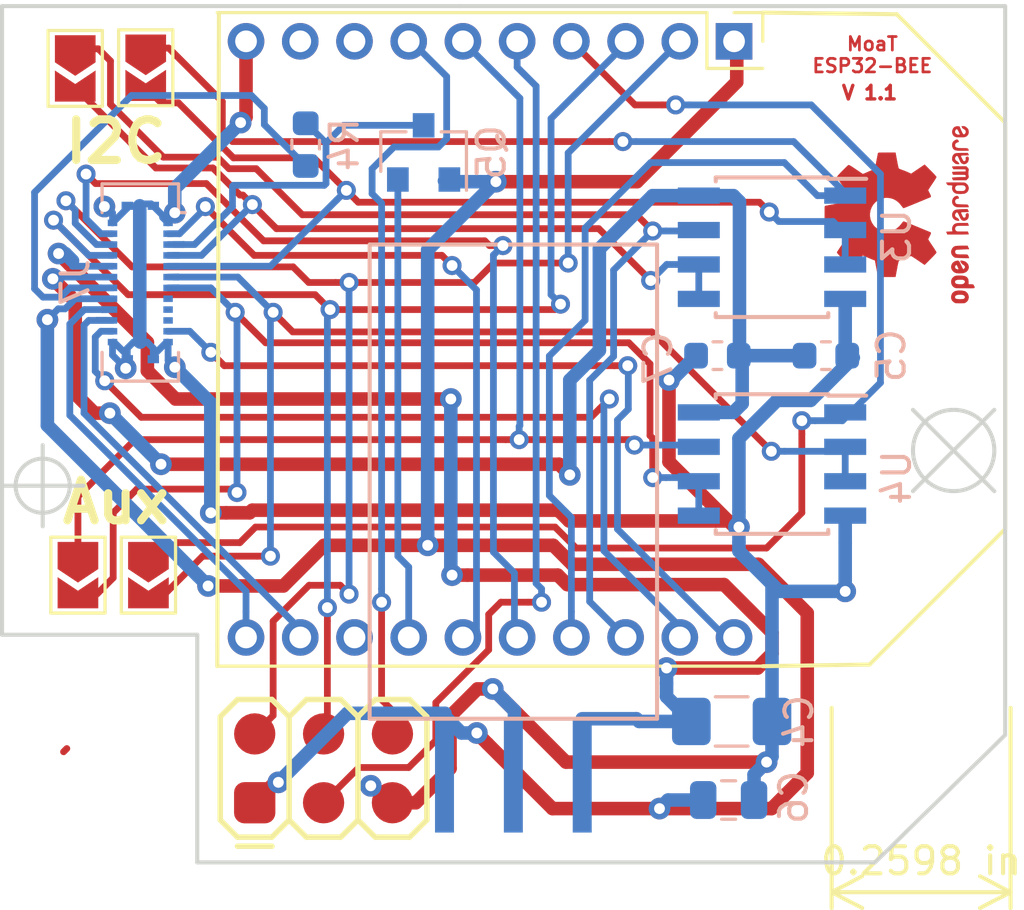
<source format=kicad_pcb>
(kicad_pcb (version 20171130) (host pcbnew 5.1.2+dfsg1-1)

  (general
    (thickness 1.6)
    (drawings 15)
    (tracks 541)
    (zones 0)
    (modules 17)
    (nets 27)
  )

  (page A4)
  (layers
    (0 F.Cu signal)
    (31 B.Cu signal)
    (32 B.Adhes user)
    (33 F.Adhes user)
    (34 B.Paste user)
    (35 F.Paste user)
    (36 B.SilkS user)
    (37 F.SilkS user)
    (38 B.Mask user)
    (39 F.Mask user)
    (40 Dwgs.User user)
    (41 Cmts.User user)
    (42 Eco1.User user)
    (43 Eco2.User user)
    (44 Edge.Cuts user)
    (45 Margin user)
    (46 B.CrtYd user)
    (47 F.CrtYd user)
    (48 B.Fab user hide)
    (49 F.Fab user)
  )

  (setup
    (last_trace_width 0.25)
    (user_trace_width 0.25)
    (user_trace_width 0.5)
    (trace_clearance 0.15)
    (zone_clearance 0.254)
    (zone_45_only no)
    (trace_min 0.2)
    (via_size 0.7)
    (via_drill 0.4)
    (via_min_size 0.4)
    (via_min_drill 0.3)
    (uvia_size 0.3)
    (uvia_drill 0.1)
    (uvias_allowed no)
    (uvia_min_size 0.2)
    (uvia_min_drill 0.1)
    (edge_width 0.15)
    (segment_width 0.2)
    (pcb_text_width 0.3)
    (pcb_text_size 1.5 1.5)
    (mod_edge_width 0.15)
    (mod_text_size 1 1)
    (mod_text_width 0.15)
    (pad_size 0.3 0.42)
    (pad_drill 0)
    (pad_to_mask_clearance 0.051)
    (solder_mask_min_width 0.25)
    (aux_axis_origin 0 0)
    (visible_elements FFFFFF7F)
    (pcbplotparams
      (layerselection 0x010fc_ffffffff)
      (usegerberextensions false)
      (usegerberattributes false)
      (usegerberadvancedattributes false)
      (creategerberjobfile false)
      (excludeedgelayer true)
      (linewidth 0.100000)
      (plotframeref false)
      (viasonmask false)
      (mode 1)
      (useauxorigin false)
      (hpglpennumber 1)
      (hpglpenspeed 20)
      (hpglpendiameter 15.000000)
      (psnegative false)
      (psa4output false)
      (plotreference true)
      (plotvalue true)
      (plotinvisibletext false)
      (padsonsilk false)
      (subtractmaskfromsilk false)
      (outputformat 1)
      (mirror false)
      (drillshape 1)
      (scaleselection 1)
      (outputdirectory ""))
  )

  (net 0 "")
  (net 1 +24V)
  (net 2 GND)
  (net 3 +12V)
  (net 4 "Net-(Prog1-Pad3)")
  (net 5 +3V3)
  (net 6 /T2)
  (net 7 /T1)
  (net 8 /SCL)
  (net 9 /SDA)
  (net 10 /EN)
  (net 11 /SDA_IN)
  (net 12 /SCL_IN)
  (net 13 /1wire)
  (net 14 /SW2)
  (net 15 /SW1)
  (net 16 +5V)
  (net 17 /BUS4_IN)
  (net 18 /BUS3_IN)
  (net 19 /SDAx)
  (net 20 /SCLx)
  (net 21 /Rx)
  (net 22 /BUS3)
  (net 23 /BUS4)
  (net 24 /Boot0)
  (net 25 /1w)
  (net 26 /Tx)

  (net_class Default "This is the default net class."
    (clearance 0.15)
    (trace_width 0.25)
    (via_dia 0.7)
    (via_drill 0.4)
    (uvia_dia 0.3)
    (uvia_drill 0.1)
    (add_net /1w)
    (add_net /1wire)
    (add_net /BUS3)
    (add_net /BUS3_IN)
    (add_net /BUS4)
    (add_net /BUS4_IN)
    (add_net /Boot0)
    (add_net /EN)
    (add_net /Rx)
    (add_net /SCL)
    (add_net /SCL_IN)
    (add_net /SCLx)
    (add_net /SDA)
    (add_net /SDA_IN)
    (add_net /SDAx)
    (add_net /SW1)
    (add_net /SW2)
    (add_net /T1)
    (add_net /T2)
    (add_net /Tx)
    (add_net "Net-(Prog1-Pad3)")
  )

  (net_class Power ""
    (clearance 0.15)
    (trace_width 0.5)
    (via_dia 0.8)
    (via_drill 0.4)
    (uvia_dia 0.3)
    (uvia_drill 0.1)
    (add_net +12V)
    (add_net +24V)
    (add_net +3V3)
    (add_net +5V)
    (add_net GND)
  )

  (module Symbol:OSHW-Logo2_7.3x6mm_Copper locked (layer F.Cu) (tedit 0) (tstamp 5CE78027)
    (at 63.1 47.7 90)
    (descr "Open Source Hardware Symbol")
    (tags "Logo Symbol OSHW")
    (attr virtual)
    (fp_text reference REF** (at 0 0 90) (layer F.SilkS) hide
      (effects (font (size 1 1) (thickness 0.15)))
    )
    (fp_text value OSHW-Logo2_7.3x6mm_Copper (at 0.75 0 90) (layer F.Fab) hide
      (effects (font (size 1 1) (thickness 0.15)))
    )
    (fp_poly (pts (xy 0.10391 -2.757652) (xy 0.182454 -2.757222) (xy 0.239298 -2.756058) (xy 0.278105 -2.753793)
      (xy 0.302538 -2.75006) (xy 0.316262 -2.744494) (xy 0.32294 -2.736727) (xy 0.326236 -2.726395)
      (xy 0.326556 -2.725057) (xy 0.331562 -2.700921) (xy 0.340829 -2.653299) (xy 0.353392 -2.587259)
      (xy 0.368287 -2.507872) (xy 0.384551 -2.420204) (xy 0.385119 -2.417125) (xy 0.40141 -2.331211)
      (xy 0.416652 -2.255304) (xy 0.429861 -2.193955) (xy 0.440054 -2.151718) (xy 0.446248 -2.133145)
      (xy 0.446543 -2.132816) (xy 0.464788 -2.123747) (xy 0.502405 -2.108633) (xy 0.551271 -2.090738)
      (xy 0.551543 -2.090642) (xy 0.613093 -2.067507) (xy 0.685657 -2.038035) (xy 0.754057 -2.008403)
      (xy 0.757294 -2.006938) (xy 0.868702 -1.956374) (xy 1.115399 -2.12484) (xy 1.191077 -2.176197)
      (xy 1.259631 -2.222111) (xy 1.317088 -2.25997) (xy 1.359476 -2.287163) (xy 1.382825 -2.301079)
      (xy 1.385042 -2.302111) (xy 1.40201 -2.297516) (xy 1.433701 -2.275345) (xy 1.481352 -2.234553)
      (xy 1.546198 -2.174095) (xy 1.612397 -2.109773) (xy 1.676214 -2.046388) (xy 1.733329 -1.988549)
      (xy 1.780305 -1.939825) (xy 1.813703 -1.90379) (xy 1.830085 -1.884016) (xy 1.830694 -1.882998)
      (xy 1.832505 -1.869428) (xy 1.825683 -1.847267) (xy 1.80854 -1.813522) (xy 1.779393 -1.7652)
      (xy 1.736555 -1.699308) (xy 1.679448 -1.614483) (xy 1.628766 -1.539823) (xy 1.583461 -1.47286)
      (xy 1.54615 -1.417484) (xy 1.519452 -1.37758) (xy 1.505985 -1.357038) (xy 1.505137 -1.355644)
      (xy 1.506781 -1.335962) (xy 1.519245 -1.297707) (xy 1.540048 -1.248111) (xy 1.547462 -1.232272)
      (xy 1.579814 -1.16171) (xy 1.614328 -1.081647) (xy 1.642365 -1.012371) (xy 1.662568 -0.960955)
      (xy 1.678615 -0.921881) (xy 1.687888 -0.901459) (xy 1.689041 -0.899886) (xy 1.706096 -0.897279)
      (xy 1.746298 -0.890137) (xy 1.804302 -0.879477) (xy 1.874763 -0.866315) (xy 1.952335 -0.851667)
      (xy 2.031672 -0.836551) (xy 2.107431 -0.821982) (xy 2.174264 -0.808978) (xy 2.226828 -0.798555)
      (xy 2.259776 -0.79173) (xy 2.267857 -0.789801) (xy 2.276205 -0.785038) (xy 2.282506 -0.774282)
      (xy 2.287045 -0.753902) (xy 2.290104 -0.720266) (xy 2.291967 -0.669745) (xy 2.292918 -0.598708)
      (xy 2.29324 -0.503524) (xy 2.293257 -0.464508) (xy 2.293257 -0.147201) (xy 2.217057 -0.132161)
      (xy 2.174663 -0.124005) (xy 2.1114 -0.112101) (xy 2.034962 -0.097884) (xy 1.953043 -0.08279)
      (xy 1.9304 -0.078645) (xy 1.854806 -0.063947) (xy 1.788953 -0.049495) (xy 1.738366 -0.036625)
      (xy 1.708574 -0.026678) (xy 1.703612 -0.023713) (xy 1.691426 -0.002717) (xy 1.673953 0.037967)
      (xy 1.654577 0.090322) (xy 1.650734 0.1016) (xy 1.625339 0.171523) (xy 1.593817 0.250418)
      (xy 1.562969 0.321266) (xy 1.562817 0.321595) (xy 1.511447 0.432733) (xy 1.680399 0.681253)
      (xy 1.849352 0.929772) (xy 1.632429 1.147058) (xy 1.566819 1.211726) (xy 1.506979 1.268733)
      (xy 1.456267 1.315033) (xy 1.418046 1.347584) (xy 1.395675 1.363343) (xy 1.392466 1.364343)
      (xy 1.373626 1.356469) (xy 1.33518 1.334578) (xy 1.28133 1.301267) (xy 1.216276 1.259131)
      (xy 1.14594 1.211943) (xy 1.074555 1.16381) (xy 1.010908 1.121928) (xy 0.959041 1.088871)
      (xy 0.922995 1.067218) (xy 0.906867 1.059543) (xy 0.887189 1.066037) (xy 0.849875 1.08315)
      (xy 0.802621 1.107326) (xy 0.797612 1.110013) (xy 0.733977 1.141927) (xy 0.690341 1.157579)
      (xy 0.663202 1.157745) (xy 0.649057 1.143204) (xy 0.648975 1.143) (xy 0.641905 1.125779)
      (xy 0.625042 1.084899) (xy 0.599695 1.023525) (xy 0.567171 0.944819) (xy 0.528778 0.851947)
      (xy 0.485822 0.748072) (xy 0.444222 0.647502) (xy 0.398504 0.536516) (xy 0.356526 0.433703)
      (xy 0.319548 0.342215) (xy 0.288827 0.265201) (xy 0.265622 0.205815) (xy 0.25119 0.167209)
      (xy 0.246743 0.1528) (xy 0.257896 0.136272) (xy 0.287069 0.10993) (xy 0.325971 0.080887)
      (xy 0.436757 -0.010961) (xy 0.523351 -0.116241) (xy 0.584716 -0.232734) (xy 0.619815 -0.358224)
      (xy 0.627608 -0.490493) (xy 0.621943 -0.551543) (xy 0.591078 -0.678205) (xy 0.53792 -0.790059)
      (xy 0.465767 -0.885999) (xy 0.377917 -0.964924) (xy 0.277665 -1.02573) (xy 0.16831 -1.067313)
      (xy 0.053147 -1.088572) (xy -0.064525 -1.088401) (xy -0.18141 -1.065699) (xy -0.294211 -1.019362)
      (xy -0.399631 -0.948287) (xy -0.443632 -0.908089) (xy -0.528021 -0.804871) (xy -0.586778 -0.692075)
      (xy -0.620296 -0.57299) (xy -0.628965 -0.450905) (xy -0.613177 -0.329107) (xy -0.573322 -0.210884)
      (xy -0.509793 -0.099525) (xy -0.422979 0.001684) (xy -0.325971 0.080887) (xy -0.285563 0.111162)
      (xy -0.257018 0.137219) (xy -0.246743 0.152825) (xy -0.252123 0.169843) (xy -0.267425 0.2105)
      (xy -0.291388 0.271642) (xy -0.322756 0.350119) (xy -0.360268 0.44278) (xy -0.402667 0.546472)
      (xy -0.444337 0.647526) (xy -0.49031 0.758607) (xy -0.532893 0.861541) (xy -0.570779 0.953165)
      (xy -0.60266 1.030316) (xy -0.627229 1.089831) (xy -0.64318 1.128544) (xy -0.64909 1.143)
      (xy -0.663052 1.157685) (xy -0.69006 1.157642) (xy -0.733587 1.142099) (xy -0.79711 1.110284)
      (xy -0.797612 1.110013) (xy -0.84544 1.085323) (xy -0.884103 1.067338) (xy -0.905905 1.059614)
      (xy -0.906867 1.059543) (xy -0.923279 1.067378) (xy -0.959513 1.089165) (xy -1.011526 1.122328)
      (xy -1.075275 1.164291) (xy -1.14594 1.211943) (xy -1.217884 1.260191) (xy -1.282726 1.302151)
      (xy -1.336265 1.335227) (xy -1.374303 1.356821) (xy -1.392467 1.364343) (xy -1.409192 1.354457)
      (xy -1.44282 1.326826) (xy -1.48999 1.284495) (xy -1.547342 1.230505) (xy -1.611516 1.167899)
      (xy -1.632503 1.146983) (xy -1.849501 0.929623) (xy -1.684332 0.68722) (xy -1.634136 0.612781)
      (xy -1.590081 0.545972) (xy -1.554638 0.490665) (xy -1.530281 0.450729) (xy -1.519478 0.430036)
      (xy -1.519162 0.428563) (xy -1.524857 0.409058) (xy -1.540174 0.369822) (xy -1.562463 0.31743)
      (xy -1.578107 0.282355) (xy -1.607359 0.215201) (xy -1.634906 0.147358) (xy -1.656263 0.090034)
      (xy -1.662065 0.072572) (xy -1.678548 0.025938) (xy -1.69466 -0.010095) (xy -1.70351 -0.023713)
      (xy -1.72304 -0.032048) (xy -1.765666 -0.043863) (xy -1.825855 -0.057819) (xy -1.898078 -0.072578)
      (xy -1.9304 -0.078645) (xy -2.012478 -0.093727) (xy -2.091205 -0.108331) (xy -2.158891 -0.12102)
      (xy -2.20784 -0.130358) (xy -2.217057 -0.132161) (xy -2.293257 -0.147201) (xy -2.293257 -0.464508)
      (xy -2.293086 -0.568846) (xy -2.292384 -0.647787) (xy -2.290866 -0.704962) (xy -2.288251 -0.744001)
      (xy -2.284254 -0.768535) (xy -2.278591 -0.782195) (xy -2.27098 -0.788611) (xy -2.267857 -0.789801)
      (xy -2.249022 -0.79402) (xy -2.207412 -0.802438) (xy -2.14837 -0.814039) (xy -2.077243 -0.827805)
      (xy -1.999375 -0.84272) (xy -1.920113 -0.857768) (xy -1.844802 -0.871931) (xy -1.778787 -0.884194)
      (xy -1.727413 -0.893539) (xy -1.696025 -0.89895) (xy -1.689041 -0.899886) (xy -1.682715 -0.912404)
      (xy -1.66871 -0.945754) (xy -1.649645 -0.993623) (xy -1.642366 -1.012371) (xy -1.613004 -1.084805)
      (xy -1.578429 -1.16483) (xy -1.547463 -1.232272) (xy -1.524677 -1.283841) (xy -1.509518 -1.326215)
      (xy -1.504458 -1.352166) (xy -1.505264 -1.355644) (xy -1.515959 -1.372064) (xy -1.54038 -1.408583)
      (xy -1.575905 -1.461313) (xy -1.619913 -1.526365) (xy -1.669783 -1.599849) (xy -1.679644 -1.614355)
      (xy -1.737508 -1.700296) (xy -1.780044 -1.765739) (xy -1.808946 -1.813696) (xy -1.82591 -1.84718)
      (xy -1.832633 -1.869205) (xy -1.83081 -1.882783) (xy -1.830764 -1.882869) (xy -1.816414 -1.900703)
      (xy -1.784677 -1.935183) (xy -1.73899 -1.982732) (xy -1.682796 -2.039778) (xy -1.619532 -2.102745)
      (xy -1.612398 -2.109773) (xy -1.53267 -2.18698) (xy -1.471143 -2.24367) (xy -1.426579 -2.28089)
      (xy -1.397743 -2.299685) (xy -1.385042 -2.302111) (xy -1.366506 -2.291529) (xy -1.328039 -2.267084)
      (xy -1.273614 -2.231388) (xy -1.207202 -2.187053) (xy -1.132775 -2.136689) (xy -1.115399 -2.12484)
      (xy -0.868703 -1.956374) (xy -0.757294 -2.006938) (xy -0.689543 -2.036405) (xy -0.616817 -2.066041)
      (xy -0.554297 -2.08967) (xy -0.551543 -2.090642) (xy -0.50264 -2.108543) (xy -0.464943 -2.12368)
      (xy -0.446575 -2.13279) (xy -0.446544 -2.132816) (xy -0.440715 -2.149283) (xy -0.430808 -2.189781)
      (xy -0.417805 -2.249758) (xy -0.402691 -2.32466) (xy -0.386448 -2.409936) (xy -0.385119 -2.417125)
      (xy -0.368825 -2.504986) (xy -0.353867 -2.58474) (xy -0.341209 -2.651319) (xy -0.331814 -2.699653)
      (xy -0.326646 -2.724675) (xy -0.326556 -2.725057) (xy -0.323411 -2.735701) (xy -0.317296 -2.743738)
      (xy -0.304547 -2.749533) (xy -0.2815 -2.753453) (xy -0.244491 -2.755865) (xy -0.189856 -2.757135)
      (xy -0.113933 -2.757629) (xy -0.013056 -2.757714) (xy 0 -2.757714) (xy 0.10391 -2.757652)) (layer F.Cu) (width 0.01))
    (fp_poly (pts (xy 3.153595 1.966966) (xy 3.211021 2.004497) (xy 3.238719 2.038096) (xy 3.260662 2.099064)
      (xy 3.262405 2.147308) (xy 3.258457 2.211816) (xy 3.109686 2.276934) (xy 3.037349 2.310202)
      (xy 2.990084 2.336964) (xy 2.965507 2.360144) (xy 2.961237 2.382667) (xy 2.974889 2.407455)
      (xy 2.989943 2.423886) (xy 3.033746 2.450235) (xy 3.081389 2.452081) (xy 3.125145 2.431546)
      (xy 3.157289 2.390752) (xy 3.163038 2.376347) (xy 3.190576 2.331356) (xy 3.222258 2.312182)
      (xy 3.265714 2.295779) (xy 3.265714 2.357966) (xy 3.261872 2.400283) (xy 3.246823 2.435969)
      (xy 3.21528 2.476943) (xy 3.210592 2.482267) (xy 3.175506 2.51872) (xy 3.145347 2.538283)
      (xy 3.107615 2.547283) (xy 3.076335 2.55023) (xy 3.020385 2.550965) (xy 2.980555 2.54166)
      (xy 2.955708 2.527846) (xy 2.916656 2.497467) (xy 2.889625 2.464613) (xy 2.872517 2.423294)
      (xy 2.863238 2.367521) (xy 2.859693 2.291305) (xy 2.85941 2.252622) (xy 2.860372 2.206247)
      (xy 2.948007 2.206247) (xy 2.949023 2.231126) (xy 2.951556 2.2352) (xy 2.968274 2.229665)
      (xy 3.004249 2.215017) (xy 3.052331 2.19419) (xy 3.062386 2.189714) (xy 3.123152 2.158814)
      (xy 3.156632 2.131657) (xy 3.16399 2.10622) (xy 3.146391 2.080481) (xy 3.131856 2.069109)
      (xy 3.07941 2.046364) (xy 3.030322 2.050122) (xy 2.989227 2.077884) (xy 2.960758 2.127152)
      (xy 2.951631 2.166257) (xy 2.948007 2.206247) (xy 2.860372 2.206247) (xy 2.861285 2.162249)
      (xy 2.868196 2.095384) (xy 2.881884 2.046695) (xy 2.904096 2.010849) (xy 2.936574 1.982513)
      (xy 2.950733 1.973355) (xy 3.015053 1.949507) (xy 3.085473 1.948006) (xy 3.153595 1.966966)) (layer F.Cu) (width 0.01))
    (fp_poly (pts (xy 2.6526 1.958752) (xy 2.669948 1.966334) (xy 2.711356 1.999128) (xy 2.746765 2.046547)
      (xy 2.768664 2.097151) (xy 2.772229 2.122098) (xy 2.760279 2.156927) (xy 2.734067 2.175357)
      (xy 2.705964 2.186516) (xy 2.693095 2.188572) (xy 2.686829 2.173649) (xy 2.674456 2.141175)
      (xy 2.669028 2.126502) (xy 2.63859 2.075744) (xy 2.59452 2.050427) (xy 2.53801 2.051206)
      (xy 2.533825 2.052203) (xy 2.503655 2.066507) (xy 2.481476 2.094393) (xy 2.466327 2.139287)
      (xy 2.45725 2.204615) (xy 2.453286 2.293804) (xy 2.452914 2.341261) (xy 2.45273 2.416071)
      (xy 2.451522 2.467069) (xy 2.448309 2.499471) (xy 2.442109 2.518495) (xy 2.43194 2.529356)
      (xy 2.416819 2.537272) (xy 2.415946 2.53767) (xy 2.386828 2.549981) (xy 2.372403 2.554514)
      (xy 2.370186 2.540809) (xy 2.368289 2.502925) (xy 2.366847 2.445715) (xy 2.365998 2.374027)
      (xy 2.365829 2.321565) (xy 2.366692 2.220047) (xy 2.37007 2.143032) (xy 2.377142 2.086023)
      (xy 2.389088 2.044526) (xy 2.40709 2.014043) (xy 2.432327 1.99008) (xy 2.457247 1.973355)
      (xy 2.517171 1.951097) (xy 2.586911 1.946076) (xy 2.6526 1.958752)) (layer F.Cu) (width 0.01))
    (fp_poly (pts (xy 2.144876 1.956335) (xy 2.186667 1.975344) (xy 2.219469 1.998378) (xy 2.243503 2.024133)
      (xy 2.260097 2.057358) (xy 2.270577 2.1028) (xy 2.276271 2.165207) (xy 2.278507 2.249327)
      (xy 2.278743 2.304721) (xy 2.278743 2.520826) (xy 2.241774 2.53767) (xy 2.212656 2.549981)
      (xy 2.198231 2.554514) (xy 2.195472 2.541025) (xy 2.193282 2.504653) (xy 2.191942 2.451542)
      (xy 2.191657 2.409372) (xy 2.190434 2.348447) (xy 2.187136 2.300115) (xy 2.182321 2.270518)
      (xy 2.178496 2.264229) (xy 2.152783 2.270652) (xy 2.112418 2.287125) (xy 2.065679 2.309458)
      (xy 2.020845 2.333457) (xy 1.986193 2.35493) (xy 1.970002 2.369685) (xy 1.969938 2.369845)
      (xy 1.97133 2.397152) (xy 1.983818 2.423219) (xy 2.005743 2.444392) (xy 2.037743 2.451474)
      (xy 2.065092 2.450649) (xy 2.103826 2.450042) (xy 2.124158 2.459116) (xy 2.136369 2.483092)
      (xy 2.137909 2.487613) (xy 2.143203 2.521806) (xy 2.129047 2.542568) (xy 2.092148 2.552462)
      (xy 2.052289 2.554292) (xy 1.980562 2.540727) (xy 1.943432 2.521355) (xy 1.897576 2.475845)
      (xy 1.873256 2.419983) (xy 1.871073 2.360957) (xy 1.891629 2.305953) (xy 1.922549 2.271486)
      (xy 1.95342 2.252189) (xy 2.001942 2.227759) (xy 2.058485 2.202985) (xy 2.06791 2.199199)
      (xy 2.130019 2.171791) (xy 2.165822 2.147634) (xy 2.177337 2.123619) (xy 2.16658 2.096635)
      (xy 2.148114 2.075543) (xy 2.104469 2.049572) (xy 2.056446 2.047624) (xy 2.012406 2.067637)
      (xy 1.980709 2.107551) (xy 1.976549 2.117848) (xy 1.952327 2.155724) (xy 1.916965 2.183842)
      (xy 1.872343 2.206917) (xy 1.872343 2.141485) (xy 1.874969 2.101506) (xy 1.88623 2.069997)
      (xy 1.911199 2.036378) (xy 1.935169 2.010484) (xy 1.972441 1.973817) (xy 2.001401 1.954121)
      (xy 2.032505 1.94622) (xy 2.067713 1.944914) (xy 2.144876 1.956335)) (layer F.Cu) (width 0.01))
    (fp_poly (pts (xy 1.779833 1.958663) (xy 1.782048 1.99685) (xy 1.783784 2.054886) (xy 1.784899 2.12818)
      (xy 1.785257 2.205055) (xy 1.785257 2.465196) (xy 1.739326 2.511127) (xy 1.707675 2.539429)
      (xy 1.67989 2.550893) (xy 1.641915 2.550168) (xy 1.62684 2.548321) (xy 1.579726 2.542948)
      (xy 1.540756 2.539869) (xy 1.531257 2.539585) (xy 1.499233 2.541445) (xy 1.453432 2.546114)
      (xy 1.435674 2.548321) (xy 1.392057 2.551735) (xy 1.362745 2.54432) (xy 1.33368 2.521427)
      (xy 1.323188 2.511127) (xy 1.277257 2.465196) (xy 1.277257 1.978602) (xy 1.314226 1.961758)
      (xy 1.346059 1.949282) (xy 1.364683 1.944914) (xy 1.369458 1.958718) (xy 1.373921 1.997286)
      (xy 1.377775 2.056356) (xy 1.380722 2.131663) (xy 1.382143 2.195286) (xy 1.386114 2.445657)
      (xy 1.420759 2.450556) (xy 1.452268 2.447131) (xy 1.467708 2.436041) (xy 1.472023 2.415308)
      (xy 1.475708 2.371145) (xy 1.478469 2.309146) (xy 1.480012 2.234909) (xy 1.480235 2.196706)
      (xy 1.480457 1.976783) (xy 1.526166 1.960849) (xy 1.558518 1.950015) (xy 1.576115 1.944962)
      (xy 1.576623 1.944914) (xy 1.578388 1.958648) (xy 1.580329 1.99673) (xy 1.582282 2.054482)
      (xy 1.584084 2.127227) (xy 1.585343 2.195286) (xy 1.589314 2.445657) (xy 1.6764 2.445657)
      (xy 1.680396 2.21724) (xy 1.684392 1.988822) (xy 1.726847 1.966868) (xy 1.758192 1.951793)
      (xy 1.776744 1.944951) (xy 1.777279 1.944914) (xy 1.779833 1.958663)) (layer F.Cu) (width 0.01))
    (fp_poly (pts (xy 1.190117 2.065358) (xy 1.189933 2.173837) (xy 1.189219 2.257287) (xy 1.187675 2.319704)
      (xy 1.185001 2.365085) (xy 1.180894 2.397429) (xy 1.175055 2.420733) (xy 1.167182 2.438995)
      (xy 1.161221 2.449418) (xy 1.111855 2.505945) (xy 1.049264 2.541377) (xy 0.980013 2.55409)
      (xy 0.910668 2.542463) (xy 0.869375 2.521568) (xy 0.826025 2.485422) (xy 0.796481 2.441276)
      (xy 0.778655 2.383462) (xy 0.770463 2.306313) (xy 0.769302 2.249714) (xy 0.769458 2.245647)
      (xy 0.870857 2.245647) (xy 0.871476 2.31055) (xy 0.874314 2.353514) (xy 0.88084 2.381622)
      (xy 0.892523 2.401953) (xy 0.906483 2.417288) (xy 0.953365 2.44689) (xy 1.003701 2.449419)
      (xy 1.051276 2.424705) (xy 1.054979 2.421356) (xy 1.070783 2.403935) (xy 1.080693 2.383209)
      (xy 1.086058 2.352362) (xy 1.088228 2.304577) (xy 1.088571 2.251748) (xy 1.087827 2.185381)
      (xy 1.084748 2.141106) (xy 1.078061 2.112009) (xy 1.066496 2.091173) (xy 1.057013 2.080107)
      (xy 1.01296 2.052198) (xy 0.962224 2.048843) (xy 0.913796 2.070159) (xy 0.90445 2.078073)
      (xy 0.88854 2.095647) (xy 0.87861 2.116587) (xy 0.873278 2.147782) (xy 0.871163 2.196122)
      (xy 0.870857 2.245647) (xy 0.769458 2.245647) (xy 0.77281 2.158568) (xy 0.784726 2.090086)
      (xy 0.807135 2.0386) (xy 0.842124 1.998443) (xy 0.869375 1.977861) (xy 0.918907 1.955625)
      (xy 0.976316 1.945304) (xy 1.029682 1.948067) (xy 1.059543 1.959212) (xy 1.071261 1.962383)
      (xy 1.079037 1.950557) (xy 1.084465 1.918866) (xy 1.088571 1.870593) (xy 1.093067 1.816829)
      (xy 1.099313 1.784482) (xy 1.110676 1.765985) (xy 1.130528 1.75377) (xy 1.143 1.748362)
      (xy 1.190171 1.728601) (xy 1.190117 2.065358)) (layer F.Cu) (width 0.01))
    (fp_poly (pts (xy 0.529926 1.949755) (xy 0.595858 1.974084) (xy 0.649273 2.017117) (xy 0.670164 2.047409)
      (xy 0.692939 2.102994) (xy 0.692466 2.143186) (xy 0.668562 2.170217) (xy 0.659717 2.174813)
      (xy 0.62153 2.189144) (xy 0.602028 2.185472) (xy 0.595422 2.161407) (xy 0.595086 2.148114)
      (xy 0.582992 2.09921) (xy 0.551471 2.064999) (xy 0.507659 2.048476) (xy 0.458695 2.052634)
      (xy 0.418894 2.074227) (xy 0.40545 2.086544) (xy 0.395921 2.101487) (xy 0.389485 2.124075)
      (xy 0.385317 2.159328) (xy 0.382597 2.212266) (xy 0.380502 2.287907) (xy 0.37996 2.311857)
      (xy 0.377981 2.39379) (xy 0.375731 2.451455) (xy 0.372357 2.489608) (xy 0.367006 2.513004)
      (xy 0.358824 2.526398) (xy 0.346959 2.534545) (xy 0.339362 2.538144) (xy 0.307102 2.550452)
      (xy 0.288111 2.554514) (xy 0.281836 2.540948) (xy 0.278006 2.499934) (xy 0.2766 2.430999)
      (xy 0.277598 2.333669) (xy 0.277908 2.318657) (xy 0.280101 2.229859) (xy 0.282693 2.165019)
      (xy 0.286382 2.119067) (xy 0.291864 2.086935) (xy 0.299835 2.063553) (xy 0.310993 2.043852)
      (xy 0.31683 2.03541) (xy 0.350296 1.998057) (xy 0.387727 1.969003) (xy 0.392309 1.966467)
      (xy 0.459426 1.946443) (xy 0.529926 1.949755)) (layer F.Cu) (width 0.01))
    (fp_poly (pts (xy 0.039744 1.950968) (xy 0.096616 1.972087) (xy 0.097267 1.972493) (xy 0.13244 1.99838)
      (xy 0.158407 2.028633) (xy 0.17667 2.068058) (xy 0.188732 2.121462) (xy 0.196096 2.193651)
      (xy 0.200264 2.289432) (xy 0.200629 2.303078) (xy 0.205876 2.508842) (xy 0.161716 2.531678)
      (xy 0.129763 2.54711) (xy 0.11047 2.554423) (xy 0.109578 2.554514) (xy 0.106239 2.541022)
      (xy 0.103587 2.504626) (xy 0.101956 2.451452) (xy 0.1016 2.408393) (xy 0.101592 2.338641)
      (xy 0.098403 2.294837) (xy 0.087288 2.273944) (xy 0.063501 2.272925) (xy 0.022296 2.288741)
      (xy -0.039914 2.317815) (xy -0.085659 2.341963) (xy -0.109187 2.362913) (xy -0.116104 2.385747)
      (xy -0.116114 2.386877) (xy -0.104701 2.426212) (xy -0.070908 2.447462) (xy -0.019191 2.450539)
      (xy 0.018061 2.450006) (xy 0.037703 2.460735) (xy 0.049952 2.486505) (xy 0.057002 2.519337)
      (xy 0.046842 2.537966) (xy 0.043017 2.540632) (xy 0.007001 2.55134) (xy -0.043434 2.552856)
      (xy -0.095374 2.545759) (xy -0.132178 2.532788) (xy -0.183062 2.489585) (xy -0.211986 2.429446)
      (xy -0.217714 2.382462) (xy -0.213343 2.340082) (xy -0.197525 2.305488) (xy -0.166203 2.274763)
      (xy -0.115322 2.24399) (xy -0.040824 2.209252) (xy -0.036286 2.207288) (xy 0.030821 2.176287)
      (xy 0.072232 2.150862) (xy 0.089981 2.128014) (xy 0.086107 2.104745) (xy 0.062643 2.078056)
      (xy 0.055627 2.071914) (xy 0.00863 2.0481) (xy -0.040067 2.049103) (xy -0.082478 2.072451)
      (xy -0.110616 2.115675) (xy -0.113231 2.12416) (xy -0.138692 2.165308) (xy -0.170999 2.185128)
      (xy -0.217714 2.20477) (xy -0.217714 2.15395) (xy -0.203504 2.080082) (xy -0.161325 2.012327)
      (xy -0.139376 1.989661) (xy -0.089483 1.960569) (xy -0.026033 1.9474) (xy 0.039744 1.950968)) (layer F.Cu) (width 0.01))
    (fp_poly (pts (xy -0.624114 1.851289) (xy -0.619861 1.910613) (xy -0.614975 1.945572) (xy -0.608205 1.96082)
      (xy -0.598298 1.961015) (xy -0.595086 1.959195) (xy -0.552356 1.946015) (xy -0.496773 1.946785)
      (xy -0.440263 1.960333) (xy -0.404918 1.977861) (xy -0.368679 2.005861) (xy -0.342187 2.037549)
      (xy -0.324001 2.077813) (xy -0.312678 2.131543) (xy -0.306778 2.203626) (xy -0.304857 2.298951)
      (xy -0.304823 2.317237) (xy -0.3048 2.522646) (xy -0.350509 2.53858) (xy -0.382973 2.54942)
      (xy -0.400785 2.554468) (xy -0.401309 2.554514) (xy -0.403063 2.540828) (xy -0.404556 2.503076)
      (xy -0.405674 2.446224) (xy -0.406303 2.375234) (xy -0.4064 2.332073) (xy -0.406602 2.246973)
      (xy -0.407642 2.185981) (xy -0.410169 2.144177) (xy -0.414836 2.116642) (xy -0.422293 2.098456)
      (xy -0.433189 2.084698) (xy -0.439993 2.078073) (xy -0.486728 2.051375) (xy -0.537728 2.049375)
      (xy -0.583999 2.071955) (xy -0.592556 2.080107) (xy -0.605107 2.095436) (xy -0.613812 2.113618)
      (xy -0.619369 2.139909) (xy -0.622474 2.179562) (xy -0.623824 2.237832) (xy -0.624114 2.318173)
      (xy -0.624114 2.522646) (xy -0.669823 2.53858) (xy -0.702287 2.54942) (xy -0.720099 2.554468)
      (xy -0.720623 2.554514) (xy -0.721963 2.540623) (xy -0.723172 2.501439) (xy -0.724199 2.4407)
      (xy -0.724998 2.362141) (xy -0.725519 2.269498) (xy -0.725714 2.166509) (xy -0.725714 1.769342)
      (xy -0.678543 1.749444) (xy -0.631371 1.729547) (xy -0.624114 1.851289)) (layer F.Cu) (width 0.01))
    (fp_poly (pts (xy -1.831697 1.931239) (xy -1.774473 1.969735) (xy -1.730251 2.025335) (xy -1.703833 2.096086)
      (xy -1.69849 2.148162) (xy -1.699097 2.169893) (xy -1.704178 2.186531) (xy -1.718145 2.201437)
      (xy -1.745411 2.217973) (xy -1.790388 2.239498) (xy -1.857489 2.269374) (xy -1.857829 2.269524)
      (xy -1.919593 2.297813) (xy -1.970241 2.322933) (xy -2.004596 2.342179) (xy -2.017482 2.352848)
      (xy -2.017486 2.352934) (xy -2.006128 2.376166) (xy -1.979569 2.401774) (xy -1.949077 2.420221)
      (xy -1.93363 2.423886) (xy -1.891485 2.411212) (xy -1.855192 2.379471) (xy -1.837483 2.344572)
      (xy -1.820448 2.318845) (xy -1.787078 2.289546) (xy -1.747851 2.264235) (xy -1.713244 2.250471)
      (xy -1.706007 2.249714) (xy -1.697861 2.26216) (xy -1.69737 2.293972) (xy -1.703357 2.336866)
      (xy -1.714643 2.382558) (xy -1.73005 2.422761) (xy -1.730829 2.424322) (xy -1.777196 2.489062)
      (xy -1.837289 2.533097) (xy -1.905535 2.554711) (xy -1.976362 2.552185) (xy -2.044196 2.523804)
      (xy -2.047212 2.521808) (xy -2.100573 2.473448) (xy -2.13566 2.410352) (xy -2.155078 2.327387)
      (xy -2.157684 2.304078) (xy -2.162299 2.194055) (xy -2.156767 2.142748) (xy -2.017486 2.142748)
      (xy -2.015676 2.174753) (xy -2.005778 2.184093) (xy -1.981102 2.177105) (xy -1.942205 2.160587)
      (xy -1.898725 2.139881) (xy -1.897644 2.139333) (xy -1.860791 2.119949) (xy -1.846 2.107013)
      (xy -1.849647 2.093451) (xy -1.865005 2.075632) (xy -1.904077 2.049845) (xy -1.946154 2.04795)
      (xy -1.983897 2.066717) (xy -2.009966 2.102915) (xy -2.017486 2.142748) (xy -2.156767 2.142748)
      (xy -2.152806 2.106027) (xy -2.12845 2.036212) (xy -2.094544 1.987302) (xy -2.033347 1.937878)
      (xy -1.965937 1.913359) (xy -1.89712 1.911797) (xy -1.831697 1.931239)) (layer F.Cu) (width 0.01))
    (fp_poly (pts (xy -2.958885 1.921962) (xy -2.890855 1.957733) (xy -2.840649 2.015301) (xy -2.822815 2.052312)
      (xy -2.808937 2.107882) (xy -2.801833 2.178096) (xy -2.80116 2.254727) (xy -2.806573 2.329552)
      (xy -2.81773 2.394342) (xy -2.834286 2.440873) (xy -2.839374 2.448887) (xy -2.899645 2.508707)
      (xy -2.971231 2.544535) (xy -3.048908 2.55502) (xy -3.127452 2.53881) (xy -3.149311 2.529092)
      (xy -3.191878 2.499143) (xy -3.229237 2.459433) (xy -3.232768 2.454397) (xy -3.247119 2.430124)
      (xy -3.256606 2.404178) (xy -3.26221 2.370022) (xy -3.264914 2.321119) (xy -3.265701 2.250935)
      (xy -3.265714 2.2352) (xy -3.265678 2.230192) (xy -3.120571 2.230192) (xy -3.119727 2.29643)
      (xy -3.116404 2.340386) (xy -3.109417 2.368779) (xy -3.097584 2.388325) (xy -3.091543 2.394857)
      (xy -3.056814 2.41968) (xy -3.023097 2.418548) (xy -2.989005 2.397016) (xy -2.968671 2.374029)
      (xy -2.956629 2.340478) (xy -2.949866 2.287569) (xy -2.949402 2.281399) (xy -2.948248 2.185513)
      (xy -2.960312 2.114299) (xy -2.98543 2.068194) (xy -3.02344 2.047635) (xy -3.037008 2.046514)
      (xy -3.072636 2.052152) (xy -3.097006 2.071686) (xy -3.111907 2.109042) (xy -3.119125 2.16815)
      (xy -3.120571 2.230192) (xy -3.265678 2.230192) (xy -3.265174 2.160413) (xy -3.262904 2.108159)
      (xy -3.257932 2.071949) (xy -3.249287 2.045299) (xy -3.235995 2.021722) (xy -3.233057 2.017338)
      (xy -3.183687 1.958249) (xy -3.129891 1.923947) (xy -3.064398 1.910331) (xy -3.042158 1.909665)
      (xy -2.958885 1.921962)) (layer F.Cu) (width 0.01))
    (fp_poly (pts (xy -1.283907 1.92778) (xy -1.237328 1.954723) (xy -1.204943 1.981466) (xy -1.181258 2.009484)
      (xy -1.164941 2.043748) (xy -1.154661 2.089227) (xy -1.149086 2.150892) (xy -1.146884 2.233711)
      (xy -1.146629 2.293246) (xy -1.146629 2.512391) (xy -1.208314 2.540044) (xy -1.27 2.567697)
      (xy -1.277257 2.32767) (xy -1.280256 2.238028) (xy -1.283402 2.172962) (xy -1.287299 2.128026)
      (xy -1.292553 2.09877) (xy -1.299769 2.080748) (xy -1.30955 2.069511) (xy -1.312688 2.067079)
      (xy -1.360239 2.048083) (xy -1.408303 2.0556) (xy -1.436914 2.075543) (xy -1.448553 2.089675)
      (xy -1.456609 2.10822) (xy -1.461729 2.136334) (xy -1.464559 2.179173) (xy -1.465744 2.241895)
      (xy -1.465943 2.307261) (xy -1.465982 2.389268) (xy -1.467386 2.447316) (xy -1.472086 2.486465)
      (xy -1.482013 2.51178) (xy -1.499097 2.528323) (xy -1.525268 2.541156) (xy -1.560225 2.554491)
      (xy -1.598404 2.569007) (xy -1.593859 2.311389) (xy -1.592029 2.218519) (xy -1.589888 2.149889)
      (xy -1.586819 2.100711) (xy -1.582206 2.066198) (xy -1.575432 2.041562) (xy -1.565881 2.022016)
      (xy -1.554366 2.00477) (xy -1.49881 1.94968) (xy -1.43102 1.917822) (xy -1.357287 1.910191)
      (xy -1.283907 1.92778)) (layer F.Cu) (width 0.01))
    (fp_poly (pts (xy -2.400256 1.919918) (xy -2.344799 1.947568) (xy -2.295852 1.99848) (xy -2.282371 2.017338)
      (xy -2.267686 2.042015) (xy -2.258158 2.068816) (xy -2.252707 2.104587) (xy -2.250253 2.156169)
      (xy -2.249714 2.224267) (xy -2.252148 2.317588) (xy -2.260606 2.387657) (xy -2.276826 2.439931)
      (xy -2.302546 2.479869) (xy -2.339503 2.512929) (xy -2.342218 2.514886) (xy -2.37864 2.534908)
      (xy -2.422498 2.544815) (xy -2.478276 2.547257) (xy -2.568952 2.547257) (xy -2.56899 2.635283)
      (xy -2.569834 2.684308) (xy -2.574976 2.713065) (xy -2.588413 2.730311) (xy -2.614142 2.744808)
      (xy -2.620321 2.747769) (xy -2.649236 2.761648) (xy -2.671624 2.770414) (xy -2.688271 2.771171)
      (xy -2.699964 2.761023) (xy -2.70749 2.737073) (xy -2.711634 2.696426) (xy -2.713185 2.636186)
      (xy -2.712929 2.553455) (xy -2.711651 2.445339) (xy -2.711252 2.413) (xy -2.709815 2.301524)
      (xy -2.708528 2.228603) (xy -2.569029 2.228603) (xy -2.568245 2.290499) (xy -2.56476 2.330997)
      (xy -2.556876 2.357708) (xy -2.542895 2.378244) (xy -2.533403 2.38826) (xy -2.494596 2.417567)
      (xy -2.460237 2.419952) (xy -2.424784 2.39575) (xy -2.423886 2.394857) (xy -2.409461 2.376153)
      (xy -2.400687 2.350732) (xy -2.396261 2.311584) (xy -2.394882 2.251697) (xy -2.394857 2.23843)
      (xy -2.398188 2.155901) (xy -2.409031 2.098691) (xy -2.42866 2.063766) (xy -2.45835 2.048094)
      (xy -2.475509 2.046514) (xy -2.516234 2.053926) (xy -2.544168 2.07833) (xy -2.560983 2.12298)
      (xy -2.56835 2.19113) (xy -2.569029 2.228603) (xy -2.708528 2.228603) (xy -2.708292 2.215245)
      (xy -2.706323 2.150333) (xy -2.70355 2.102958) (xy -2.699612 2.06929) (xy -2.694151 2.045498)
      (xy -2.686808 2.027753) (xy -2.677223 2.012224) (xy -2.673113 2.006381) (xy -2.618595 1.951185)
      (xy -2.549664 1.91989) (xy -2.469928 1.911165) (xy -2.400256 1.919918)) (layer F.Cu) (width 0.01))
  )

  (module localstuff:ESPBEE (layer F.Cu) (tedit 5CE6E98D) (tstamp 5CE7076E)
    (at 57 41.3 270)
    (descr "Through hole straight pin header, 2x10, 2.00mm pitch, double rows")
    (tags "Through hole pin header THT 2x10 2.00mm double row")
    (path /5CE74D63)
    (fp_text reference U5 (at 11 -2.5 90) (layer F.SilkS) hide
      (effects (font (size 1 1) (thickness 0.15)))
    )
    (fp_text value ESPBEE (at 10.5 20.5 90) (layer F.Fab) hide
      (effects (font (size 1 1) (thickness 0.15)))
    )
    (fp_line (start 23.5 -5.5) (end 23.5 -1.5) (layer F.CrtYd) (width 0.05))
    (fp_line (start 18.5 -10.5) (end 23.5 -5.5) (layer F.CrtYd) (width 0.05))
    (fp_line (start 2.5 -10.5) (end 18.5 -10.5) (layer F.CrtYd) (width 0.05))
    (fp_line (start -1.5 -6.5) (end 2.5 -10.5) (layer F.CrtYd) (width 0.05))
    (fp_line (start -1.5 -1.5) (end -1.5 -6.5) (layer F.CrtYd) (width 0.05))
    (fp_line (start 23.5 19.5) (end -1.5 19.5) (layer F.CrtYd) (width 0.05))
    (fp_line (start -1 19) (end 23.06 19.06) (layer F.SilkS) (width 0.15))
    (fp_line (start -1 -6) (end -1.06 -1.06) (layer F.SilkS) (width 0.15))
    (fp_line (start 3 -10) (end -1 -6) (layer F.SilkS) (width 0.15))
    (fp_line (start 18 -10) (end 3 -10) (layer F.SilkS) (width 0.15))
    (fp_line (start 23 -5) (end 18 -10) (layer F.SilkS) (width 0.15))
    (fp_line (start 23.06 -1.06) (end 23 -5) (layer F.SilkS) (width 0.15))
    (fp_line (start 23 -1) (end 23 19) (layer F.Fab) (width 0.1))
    (fp_line (start -1 19) (end -1 0) (layer F.Fab) (width 0.1))
    (fp_line (start -1 0) (end 0 -1) (layer F.Fab) (width 0.1))
    (fp_line (start -1.06 1) (end -1.06 19.06) (layer F.SilkS) (width 0.12))
    (fp_line (start 23.06 -1.06) (end 23.06 19.06) (layer F.SilkS) (width 0.12))
    (fp_line (start -1.06 1) (end 1 1) (layer F.SilkS) (width 0.12))
    (fp_line (start 1 1) (end 1 -1.06) (layer F.SilkS) (width 0.12))
    (fp_line (start -1.06 0) (end -1.06 -1.06) (layer F.SilkS) (width 0.12))
    (fp_line (start -1.06 -1.06) (end 0 -1.06) (layer F.SilkS) (width 0.12))
    (fp_line (start -1.5 -1.5) (end -1.5 19.5) (layer F.CrtYd) (width 0.05))
    (fp_line (start 23.5 19.5) (end 23.5 -1.5) (layer F.CrtYd) (width 0.05))
    (fp_text user %R (at 21 9) (layer F.Fab) hide
      (effects (font (size 1 1) (thickness 0.15)))
    )
    (pad 1 thru_hole rect (at 0 0 270) (size 1.35 1.35) (drill 0.8) (layers *.Cu *.Mask)
      (net 5 +3V3))
    (pad 20 thru_hole oval (at 22 0 270) (size 1.35 1.35) (drill 0.8) (layers *.Cu *.Mask)
      (net 7 /T1))
    (pad 2 thru_hole oval (at 0 2 270) (size 1.35 1.35) (drill 0.8) (layers *.Cu *.Mask)
      (net 26 /Tx))
    (pad 19 thru_hole oval (at 22 2 270) (size 1.35 1.35) (drill 0.8) (layers *.Cu *.Mask)
      (net 6 /T2))
    (pad 3 thru_hole oval (at 0 4 270) (size 1.35 1.35) (drill 0.8) (layers *.Cu *.Mask)
      (net 21 /Rx))
    (pad 18 thru_hole oval (at 22 4 270) (size 1.35 1.35) (drill 0.8) (layers *.Cu *.Mask)
      (net 8 /SCL))
    (pad 4 thru_hole oval (at 0 6 270) (size 1.35 1.35) (drill 0.8) (layers *.Cu *.Mask)
      (net 22 /BUS3))
    (pad 17 thru_hole oval (at 22 6 270) (size 1.35 1.35) (drill 0.8) (layers *.Cu *.Mask)
      (net 9 /SDA))
    (pad 5 thru_hole oval (at 0 8 270) (size 1.35 1.35) (drill 0.8) (layers *.Cu *.Mask)
      (net 10 /EN))
    (pad 16 thru_hole oval (at 22 8 270) (size 1.35 1.35) (drill 0.8) (layers *.Cu *.Mask)
      (net 14 /SW2))
    (pad 6 thru_hole oval (at 0 10 270) (size 1.35 1.35) (drill 0.8) (layers *.Cu *.Mask)
      (net 23 /BUS4))
    (pad 15 thru_hole oval (at 22 10 270) (size 1.35 1.35) (drill 0.8) (layers *.Cu *.Mask)
      (net 15 /SW1))
    (pad 7 thru_hole oval (at 0 12 270) (size 1.35 1.35) (drill 0.8) (layers *.Cu *.Mask)
      (net 24 /Boot0))
    (pad 14 thru_hole oval (at 22 12 270) (size 1.35 1.35) (drill 0.8) (layers *.Cu *.Mask)
      (net 25 /1w))
    (pad 8 thru_hole oval (at 0 14 270) (size 1.35 1.35) (drill 0.8) (layers *.Cu *.Mask))
    (pad 13 thru_hole oval (at 22 14 270) (size 1.35 1.35) (drill 0.8) (layers *.Cu *.Mask))
    (pad 9 thru_hole oval (at 0 16 270) (size 1.35 1.35) (drill 0.8) (layers *.Cu *.Mask))
    (pad 12 thru_hole oval (at 22 16 270) (size 1.35 1.35) (drill 0.8) (layers *.Cu *.Mask)
      (net 19 /SDAx))
    (pad 10 thru_hole oval (at 0 18 270) (size 1.35 1.35) (drill 0.8) (layers *.Cu *.Mask)
      (net 2 GND))
    (pad 11 thru_hole oval (at 22 18 270) (size 1.35 1.35) (drill 0.8) (layers *.Cu *.Mask)
      (net 20 /SCLx))
    (model ${KISYS3DMOD}/Connector_PinHeader_2.00mm.3dshapes/PinHeader_2x10_P2.00mm_Vertical.wrl
      (at (xyz 0 0 0))
      (scale (xyz 1 1 1))
      (rotate (xyz 0 0 0))
    )
  )

  (module Package_SO:SOIC-8_3.9x4.9mm_P1.27mm (layer B.Cu) (tedit 5A02F2D3) (tstamp 5CE70000)
    (at 58.4 56.9 180)
    (descr "8-Lead Plastic Small Outline (SN) - Narrow, 3.90 mm Body [SOIC] (see Microchip Packaging Specification http://ww1.microchip.com/downloads/en/PackagingSpec/00000049BQ.pdf)")
    (tags "SOIC 1.27")
    (path /5CF0C14E)
    (attr smd)
    (fp_text reference U4 (at -4.6 -0.5 90) (layer B.SilkS)
      (effects (font (size 1 1) (thickness 0.15)) (justify mirror))
    )
    (fp_text value P82B96 (at 0 -3.5) (layer B.Fab) hide
      (effects (font (size 1 1) (thickness 0.15)) (justify mirror))
    )
    (fp_line (start -2.075 2.525) (end -3.475 2.525) (layer B.SilkS) (width 0.15))
    (fp_line (start -2.075 -2.575) (end 2.075 -2.575) (layer B.SilkS) (width 0.15))
    (fp_line (start -2.075 2.575) (end 2.075 2.575) (layer B.SilkS) (width 0.15))
    (fp_line (start -2.075 -2.575) (end -2.075 -2.43) (layer B.SilkS) (width 0.15))
    (fp_line (start 2.075 -2.575) (end 2.075 -2.43) (layer B.SilkS) (width 0.15))
    (fp_line (start 2.075 2.575) (end 2.075 2.43) (layer B.SilkS) (width 0.15))
    (fp_line (start -2.075 2.575) (end -2.075 2.525) (layer B.SilkS) (width 0.15))
    (fp_line (start -3.73 -2.7) (end 3.73 -2.7) (layer B.CrtYd) (width 0.05))
    (fp_line (start -3.73 2.7) (end 3.73 2.7) (layer B.CrtYd) (width 0.05))
    (fp_line (start 3.73 2.7) (end 3.73 -2.7) (layer B.CrtYd) (width 0.05))
    (fp_line (start -3.73 2.7) (end -3.73 -2.7) (layer B.CrtYd) (width 0.05))
    (fp_line (start -1.95 1.45) (end -0.95 2.45) (layer B.Fab) (width 0.1))
    (fp_line (start -1.95 -2.45) (end -1.95 1.45) (layer B.Fab) (width 0.1))
    (fp_line (start 1.95 -2.45) (end -1.95 -2.45) (layer B.Fab) (width 0.1))
    (fp_line (start 1.95 2.45) (end 1.95 -2.45) (layer B.Fab) (width 0.1))
    (fp_line (start -0.95 2.45) (end 1.95 2.45) (layer B.Fab) (width 0.1))
    (fp_text user %R (at 0 0) (layer B.Fab) hide
      (effects (font (size 1 1) (thickness 0.15)) (justify mirror))
    )
    (pad 8 smd rect (at 2.7 1.905 180) (size 1.55 0.6) (layers B.Cu B.Paste B.Mask)
      (net 3 +12V))
    (pad 7 smd rect (at 2.7 0.635 180) (size 1.55 0.6) (layers B.Cu B.Paste B.Mask)
      (net 23 /BUS4))
    (pad 6 smd rect (at 2.7 -0.635 180) (size 1.55 0.6) (layers B.Cu B.Paste B.Mask)
      (net 17 /BUS4_IN))
    (pad 5 smd rect (at 2.7 -1.905 180) (size 1.55 0.6) (layers B.Cu B.Paste B.Mask)
      (net 17 /BUS4_IN))
    (pad 4 smd rect (at -2.7 -1.905 180) (size 1.55 0.6) (layers B.Cu B.Paste B.Mask)
      (net 2 GND))
    (pad 3 smd rect (at -2.7 -0.635 180) (size 1.55 0.6) (layers B.Cu B.Paste B.Mask)
      (net 18 /BUS3_IN))
    (pad 2 smd rect (at -2.7 0.635 180) (size 1.55 0.6) (layers B.Cu B.Paste B.Mask)
      (net 18 /BUS3_IN))
    (pad 1 smd rect (at -2.7 1.905 180) (size 1.55 0.6) (layers B.Cu B.Paste B.Mask)
      (net 22 /BUS3))
    (model ${KISYS3DMOD}/Package_SO.3dshapes/SOIC-8_3.9x4.9mm_P1.27mm.wrl
      (at (xyz 0 0 0))
      (scale (xyz 1 1 1))
      (rotate (xyz 0 0 0))
    )
  )

  (module Capacitor_SMD:C_0805_2012Metric (layer B.Cu) (tedit 5B36C52B) (tstamp 5CE70624)
    (at 56.8 69.3)
    (descr "Capacitor SMD 0805 (2012 Metric), square (rectangular) end terminal, IPC_7351 nominal, (Body size source: https://docs.google.com/spreadsheets/d/1BsfQQcO9C6DZCsRaXUlFlo91Tg2WpOkGARC1WS5S8t0/edit?usp=sharing), generated with kicad-footprint-generator")
    (tags capacitor)
    (path /5CC29F64)
    (attr smd)
    (fp_text reference C6 (at 2.4 -0.1 90) (layer B.SilkS)
      (effects (font (size 1 1) (thickness 0.15)) (justify mirror))
    )
    (fp_text value 22µF (at 0 -1.65) (layer B.Fab) hide
      (effects (font (size 1 1) (thickness 0.15)) (justify mirror))
    )
    (fp_text user %R (at 0 0) (layer B.Fab)
      (effects (font (size 0.5 0.5) (thickness 0.08)) (justify mirror))
    )
    (fp_line (start 1.68 -0.95) (end -1.68 -0.95) (layer B.CrtYd) (width 0.05))
    (fp_line (start 1.68 0.95) (end 1.68 -0.95) (layer B.CrtYd) (width 0.05))
    (fp_line (start -1.68 0.95) (end 1.68 0.95) (layer B.CrtYd) (width 0.05))
    (fp_line (start -1.68 -0.95) (end -1.68 0.95) (layer B.CrtYd) (width 0.05))
    (fp_line (start -0.258578 -0.71) (end 0.258578 -0.71) (layer B.SilkS) (width 0.12))
    (fp_line (start -0.258578 0.71) (end 0.258578 0.71) (layer B.SilkS) (width 0.12))
    (fp_line (start 1 -0.6) (end -1 -0.6) (layer B.Fab) (width 0.1))
    (fp_line (start 1 0.6) (end 1 -0.6) (layer B.Fab) (width 0.1))
    (fp_line (start -1 0.6) (end 1 0.6) (layer B.Fab) (width 0.1))
    (fp_line (start -1 -0.6) (end -1 0.6) (layer B.Fab) (width 0.1))
    (pad 2 smd roundrect (at 0.9375 0) (size 0.975 1.4) (layers B.Cu B.Paste B.Mask) (roundrect_rratio 0.25)
      (net 2 GND))
    (pad 1 smd roundrect (at -0.9375 0) (size 0.975 1.4) (layers B.Cu B.Paste B.Mask) (roundrect_rratio 0.25)
      (net 5 +3V3))
    (model ${KISYS3DMOD}/Capacitor_SMD.3dshapes/C_0805_2012Metric.wrl
      (at (xyz 0 0 0))
      (scale (xyz 1 1 1))
      (rotate (xyz 0 0 0))
    )
  )

  (module Capacitor_SMD:C_1206_3216Metric_Pad1.42x1.75mm_HandSolder (layer B.Cu) (tedit 5B301BBE) (tstamp 5CB8301F)
    (at 56.9125 66.4)
    (descr "Capacitor SMD 1206 (3216 Metric), square (rectangular) end terminal, IPC_7351 nominal with elongated pad for handsoldering. (Body size source: http://www.tortai-tech.com/upload/download/2011102023233369053.pdf), generated with kicad-footprint-generator")
    (tags "capacitor handsolder")
    (path /5BAEAC7E)
    (attr smd)
    (fp_text reference C4 (at 2.4875 0 90) (layer B.SilkS)
      (effects (font (size 1 1) (thickness 0.15)) (justify mirror))
    )
    (fp_text value 10µF (at 0 -1.82) (layer B.Fab) hide
      (effects (font (size 1 1) (thickness 0.15)) (justify mirror))
    )
    (fp_text user %R (at -0.1125 -1.4) (layer B.Fab) hide
      (effects (font (size 0.8 0.8) (thickness 0.12)) (justify mirror))
    )
    (fp_line (start 2.45 -1.12) (end -2.45 -1.12) (layer B.CrtYd) (width 0.05))
    (fp_line (start 2.45 1.12) (end 2.45 -1.12) (layer B.CrtYd) (width 0.05))
    (fp_line (start -2.45 1.12) (end 2.45 1.12) (layer B.CrtYd) (width 0.05))
    (fp_line (start -2.45 -1.12) (end -2.45 1.12) (layer B.CrtYd) (width 0.05))
    (fp_line (start -0.602064 -0.91) (end 0.602064 -0.91) (layer B.SilkS) (width 0.12))
    (fp_line (start -0.602064 0.91) (end 0.602064 0.91) (layer B.SilkS) (width 0.12))
    (fp_line (start 1.6 -0.8) (end -1.6 -0.8) (layer B.Fab) (width 0.1))
    (fp_line (start 1.6 0.8) (end 1.6 -0.8) (layer B.Fab) (width 0.1))
    (fp_line (start -1.6 0.8) (end 1.6 0.8) (layer B.Fab) (width 0.1))
    (fp_line (start -1.6 -0.8) (end -1.6 0.8) (layer B.Fab) (width 0.1))
    (pad 2 smd roundrect (at 1.4875 0) (size 1.425 1.75) (layers B.Cu B.Paste B.Mask) (roundrect_rratio 0.175439)
      (net 2 GND))
    (pad 1 smd roundrect (at -1.4875 0) (size 1.425 1.75) (layers B.Cu B.Paste B.Mask) (roundrect_rratio 0.175439)
      (net 1 +24V))
    (model ${KISYS3DMOD}/Capacitor_SMD.3dshapes/C_1206_3216Metric.wrl
      (at (xyz 0 0 0))
      (scale (xyz 1 1 1))
      (rotate (xyz 0 0 0))
    )
  )

  (module localstuff:VXO078_flat (layer B.Cu) (tedit 5CB720E7) (tstamp 5CE7786E)
    (at 48.86 66.3 180)
    (path /5CC833CF)
    (fp_text reference U1 (at 0 -4 180) (layer B.SilkS) hide
      (effects (font (size 1 1) (thickness 0.15)) (justify mirror))
    )
    (fp_text value VXO78 (at 0 3 180) (layer B.Fab)
      (effects (font (size 1 1) (thickness 0.15)) (justify mirror))
    )
    (fp_line (start -5.3 17.5) (end -5.3 0) (layer B.SilkS) (width 0.15))
    (fp_line (start 5.3 17.5) (end -5.3 17.5) (layer B.SilkS) (width 0.15))
    (fp_line (start 5.3 0) (end 5.3 17.5) (layer B.SilkS) (width 0.15))
    (fp_line (start -5.3 0) (end 5.3 0) (layer B.SilkS) (width 0.15))
    (pad 3 smd rect (at 2.54 0 180) (size 0.7 4.2) (drill (offset 0 -2.1)) (layers B.Cu B.Paste B.Mask)
      (net 5 +3V3))
    (pad 1 smd rect (at -2.54 0 180) (size 0.7 4.2) (drill (offset 0 -2.1)) (layers B.Cu B.Paste B.Mask)
      (net 1 +24V))
    (pad 2 smd rect (at 0 0 180) (size 0.7 4.2) (drill (offset 0 -2.1)) (layers B.Cu B.Paste B.Mask)
      (net 2 GND))
  )

  (module localstuff:Molex_SlimStack_503776-24 (layer B.Cu) (tedit 5CE19C43) (tstamp 5CB863ED)
    (at 35.1 50.2 270)
    (descr "Molex SlimStack Fine-Pitch SMT Board-to-Board Connectors, 503776-2420, 24 Pins (http://www.molex.com/pdm_docs/sd/5037762420_sd.pdf), generated with kicad-footprint-generator")
    (tags "connector Molex SlimStack vertical")
    (path /5CC3BF22)
    (attr smd)
    (fp_text reference J7 (at 0 2.4 90) (layer B.SilkS)
      (effects (font (size 1 1) (thickness 0.15)) (justify mirror))
    )
    (fp_text value Moat_Bus_device (at 0 -2.4 90) (layer B.Fab)
      (effects (font (size 1 1) (thickness 0.15)) (justify mirror))
    )
    (fp_line (start 2.05 0.85) (end 2.05 0.35) (layer Dwgs.User) (width 0.02))
    (fp_line (start 2.05 0.35) (end 2.35 0.35) (layer Dwgs.User) (width 0.02))
    (fp_line (start 2.35 0.35) (end 2.35 0.85) (layer Dwgs.User) (width 0.02))
    (fp_line (start 2.35 0.85) (end 2.05 0.85) (layer Dwgs.User) (width 0.02))
    (fp_line (start 1.65 0.85) (end 1.65 0.35) (layer Dwgs.User) (width 0.02))
    (fp_line (start 1.65 0.35) (end 1.95 0.35) (layer Dwgs.User) (width 0.02))
    (fp_line (start 1.95 0.35) (end 1.95 0.85) (layer Dwgs.User) (width 0.02))
    (fp_line (start 1.95 0.85) (end 1.65 0.85) (layer Dwgs.User) (width 0.02))
    (fp_line (start 1.25 0.85) (end 1.25 0.35) (layer Dwgs.User) (width 0.02))
    (fp_line (start 1.25 0.35) (end 1.55 0.35) (layer Dwgs.User) (width 0.02))
    (fp_line (start 1.55 0.35) (end 1.55 0.85) (layer Dwgs.User) (width 0.02))
    (fp_line (start 1.55 0.85) (end 1.25 0.85) (layer Dwgs.User) (width 0.02))
    (fp_line (start 0.85 0.85) (end 0.85 0.35) (layer Dwgs.User) (width 0.02))
    (fp_line (start 0.85 0.35) (end 1.15 0.35) (layer Dwgs.User) (width 0.02))
    (fp_line (start 1.15 0.35) (end 1.15 0.85) (layer Dwgs.User) (width 0.02))
    (fp_line (start 1.15 0.85) (end 0.85 0.85) (layer Dwgs.User) (width 0.02))
    (fp_line (start 0.45 0.85) (end 0.45 0.35) (layer Dwgs.User) (width 0.02))
    (fp_line (start 0.45 0.35) (end 0.75 0.35) (layer Dwgs.User) (width 0.02))
    (fp_line (start 0.75 0.35) (end 0.75 0.85) (layer Dwgs.User) (width 0.02))
    (fp_line (start 0.75 0.85) (end 0.45 0.85) (layer Dwgs.User) (width 0.02))
    (fp_line (start 0.05 0.85) (end 0.05 0.35) (layer Dwgs.User) (width 0.02))
    (fp_line (start 0.05 0.35) (end 0.35 0.35) (layer Dwgs.User) (width 0.02))
    (fp_line (start 0.35 0.35) (end 0.35 0.85) (layer Dwgs.User) (width 0.02))
    (fp_line (start 0.35 0.85) (end 0.05 0.85) (layer Dwgs.User) (width 0.02))
    (fp_line (start -0.35 0.85) (end -0.35 0.35) (layer Dwgs.User) (width 0.02))
    (fp_line (start -0.35 0.35) (end -0.05 0.35) (layer Dwgs.User) (width 0.02))
    (fp_line (start -0.05 0.35) (end -0.05 0.85) (layer Dwgs.User) (width 0.02))
    (fp_line (start -0.05 0.85) (end -0.35 0.85) (layer Dwgs.User) (width 0.02))
    (fp_line (start -0.75 0.85) (end -0.75 0.35) (layer Dwgs.User) (width 0.02))
    (fp_line (start -0.75 0.35) (end -0.45 0.35) (layer Dwgs.User) (width 0.02))
    (fp_line (start -0.45 0.35) (end -0.45 0.85) (layer Dwgs.User) (width 0.02))
    (fp_line (start -0.45 0.85) (end -0.75 0.85) (layer Dwgs.User) (width 0.02))
    (fp_line (start -1.15 0.85) (end -1.15 0.35) (layer Dwgs.User) (width 0.02))
    (fp_line (start -1.15 0.35) (end -0.85 0.35) (layer Dwgs.User) (width 0.02))
    (fp_line (start -0.85 0.35) (end -0.85 0.85) (layer Dwgs.User) (width 0.02))
    (fp_line (start -0.85 0.85) (end -1.15 0.85) (layer Dwgs.User) (width 0.02))
    (fp_line (start -1.55 0.85) (end -1.55 0.35) (layer Dwgs.User) (width 0.02))
    (fp_line (start -1.55 0.35) (end -1.25 0.35) (layer Dwgs.User) (width 0.02))
    (fp_line (start -1.25 0.35) (end -1.25 0.85) (layer Dwgs.User) (width 0.02))
    (fp_line (start -1.25 0.85) (end -1.55 0.85) (layer Dwgs.User) (width 0.02))
    (fp_line (start -1.95 0.85) (end -1.95 0.35) (layer Dwgs.User) (width 0.02))
    (fp_line (start -1.95 0.35) (end -1.65 0.35) (layer Dwgs.User) (width 0.02))
    (fp_line (start -1.65 0.35) (end -1.65 0.85) (layer Dwgs.User) (width 0.02))
    (fp_line (start -1.65 0.85) (end -1.95 0.85) (layer Dwgs.User) (width 0.02))
    (fp_line (start -2.35 0.85) (end -2.35 0.35) (layer Dwgs.User) (width 0.02))
    (fp_line (start -2.35 0.35) (end -2.05 0.35) (layer Dwgs.User) (width 0.02))
    (fp_line (start -2.05 0.35) (end -2.05 0.85) (layer Dwgs.User) (width 0.02))
    (fp_line (start -2.05 0.85) (end -2.35 0.85) (layer Dwgs.User) (width 0.02))
    (fp_line (start 2.05 -0.35) (end 2.05 -0.85) (layer Dwgs.User) (width 0.02))
    (fp_line (start 2.05 -0.85) (end 2.35 -0.85) (layer Dwgs.User) (width 0.02))
    (fp_line (start 2.35 -0.85) (end 2.35 -0.35) (layer Dwgs.User) (width 0.02))
    (fp_line (start 2.35 -0.35) (end 2.05 -0.35) (layer Dwgs.User) (width 0.02))
    (fp_line (start 1.65 -0.35) (end 1.65 -0.85) (layer Dwgs.User) (width 0.02))
    (fp_line (start 1.65 -0.85) (end 1.95 -0.85) (layer Dwgs.User) (width 0.02))
    (fp_line (start 1.95 -0.85) (end 1.95 -0.35) (layer Dwgs.User) (width 0.02))
    (fp_line (start 1.95 -0.35) (end 1.65 -0.35) (layer Dwgs.User) (width 0.02))
    (fp_line (start 1.25 -0.35) (end 1.25 -0.85) (layer Dwgs.User) (width 0.02))
    (fp_line (start 1.25 -0.85) (end 1.55 -0.85) (layer Dwgs.User) (width 0.02))
    (fp_line (start 1.55 -0.85) (end 1.55 -0.35) (layer Dwgs.User) (width 0.02))
    (fp_line (start 1.55 -0.35) (end 1.25 -0.35) (layer Dwgs.User) (width 0.02))
    (fp_line (start 0.85 -0.35) (end 0.85 -0.85) (layer Dwgs.User) (width 0.02))
    (fp_line (start 0.85 -0.85) (end 1.15 -0.85) (layer Dwgs.User) (width 0.02))
    (fp_line (start 1.15 -0.85) (end 1.15 -0.35) (layer Dwgs.User) (width 0.02))
    (fp_line (start 1.15 -0.35) (end 0.85 -0.35) (layer Dwgs.User) (width 0.02))
    (fp_line (start 0.45 -0.35) (end 0.45 -0.85) (layer Dwgs.User) (width 0.02))
    (fp_line (start 0.45 -0.85) (end 0.75 -0.85) (layer Dwgs.User) (width 0.02))
    (fp_line (start 0.75 -0.85) (end 0.75 -0.35) (layer Dwgs.User) (width 0.02))
    (fp_line (start 0.75 -0.35) (end 0.45 -0.35) (layer Dwgs.User) (width 0.02))
    (fp_line (start 0.05 -0.35) (end 0.05 -0.85) (layer Dwgs.User) (width 0.02))
    (fp_line (start 0.05 -0.85) (end 0.35 -0.85) (layer Dwgs.User) (width 0.02))
    (fp_line (start 0.35 -0.85) (end 0.35 -0.35) (layer Dwgs.User) (width 0.02))
    (fp_line (start 0.35 -0.35) (end 0.05 -0.35) (layer Dwgs.User) (width 0.02))
    (fp_line (start -0.35 -0.35) (end -0.35 -0.85) (layer Dwgs.User) (width 0.02))
    (fp_line (start -0.35 -0.85) (end -0.05 -0.85) (layer Dwgs.User) (width 0.02))
    (fp_line (start -0.05 -0.85) (end -0.05 -0.35) (layer Dwgs.User) (width 0.02))
    (fp_line (start -0.05 -0.35) (end -0.35 -0.35) (layer Dwgs.User) (width 0.02))
    (fp_line (start -0.75 -0.35) (end -0.75 -0.85) (layer Dwgs.User) (width 0.02))
    (fp_line (start -0.75 -0.85) (end -0.45 -0.85) (layer Dwgs.User) (width 0.02))
    (fp_line (start -0.45 -0.85) (end -0.45 -0.35) (layer Dwgs.User) (width 0.02))
    (fp_line (start -0.45 -0.35) (end -0.75 -0.35) (layer Dwgs.User) (width 0.02))
    (fp_line (start -1.15 -0.35) (end -1.15 -0.85) (layer Dwgs.User) (width 0.02))
    (fp_line (start -1.15 -0.85) (end -0.85 -0.85) (layer Dwgs.User) (width 0.02))
    (fp_line (start -0.85 -0.85) (end -0.85 -0.35) (layer Dwgs.User) (width 0.02))
    (fp_line (start -0.85 -0.35) (end -1.15 -0.35) (layer Dwgs.User) (width 0.02))
    (fp_line (start -1.55 -0.35) (end -1.55 -0.85) (layer Dwgs.User) (width 0.02))
    (fp_line (start -1.55 -0.85) (end -1.25 -0.85) (layer Dwgs.User) (width 0.02))
    (fp_line (start -1.25 -0.85) (end -1.25 -0.35) (layer Dwgs.User) (width 0.02))
    (fp_line (start -1.25 -0.35) (end -1.55 -0.35) (layer Dwgs.User) (width 0.02))
    (fp_line (start -1.95 -0.35) (end -1.95 -0.85) (layer Dwgs.User) (width 0.02))
    (fp_line (start -1.95 -0.85) (end -1.65 -0.85) (layer Dwgs.User) (width 0.02))
    (fp_line (start -1.65 -0.85) (end -1.65 -0.35) (layer Dwgs.User) (width 0.02))
    (fp_line (start -1.65 -0.35) (end -1.95 -0.35) (layer Dwgs.User) (width 0.02))
    (fp_line (start -2.35 -0.35) (end -2.35 -0.85) (layer Dwgs.User) (width 0.02))
    (fp_line (start -2.35 -0.85) (end -2.05 -0.85) (layer Dwgs.User) (width 0.02))
    (fp_line (start -2.05 -0.85) (end -2.05 -0.35) (layer Dwgs.User) (width 0.02))
    (fp_line (start -2.05 -0.35) (end -2.35 -0.35) (layer Dwgs.User) (width 0.02))
    (fp_line (start -3.53 1.3) (end -3.53 -1.3) (layer B.Fab) (width 0.1))
    (fp_line (start -3.53 -1.3) (end 3.53 -1.3) (layer B.Fab) (width 0.1))
    (fp_line (start 3.53 -1.3) (end 3.53 1.3) (layer B.Fab) (width 0.1))
    (fp_line (start 3.53 1.3) (end -3.53 1.3) (layer B.Fab) (width 0.1))
    (fp_line (start -2.58 -1.3) (end -2.58 -1.65) (layer B.Fab) (width 0.1))
    (fp_line (start -2.58 -1.65) (end -2.58 -1.41) (layer B.SilkS) (width 0.12))
    (fp_line (start -2.58 -1.41) (end -3.64 -1.41) (layer B.SilkS) (width 0.12))
    (fp_line (start -3.64 -1.41) (end -3.64 1.41) (layer B.SilkS) (width 0.12))
    (fp_line (start -3.64 1.41) (end -2.58 1.41) (layer B.SilkS) (width 0.12))
    (fp_line (start 2.58 -1.41) (end 3.64 -1.41) (layer B.SilkS) (width 0.12))
    (fp_line (start 3.64 -1.41) (end 3.64 1.41) (layer B.SilkS) (width 0.12))
    (fp_line (start 3.64 1.41) (end 2.58 1.41) (layer B.SilkS) (width 0.12))
    (fp_line (start -4.03 1.7) (end -4.03 -1.7) (layer B.CrtYd) (width 0.05))
    (fp_line (start -4.03 -1.7) (end 4.03 -1.7) (layer B.CrtYd) (width 0.05))
    (fp_line (start 4.03 -1.7) (end 4.03 1.7) (layer B.CrtYd) (width 0.05))
    (fp_line (start 4.03 1.7) (end -4.03 1.7) (layer B.CrtYd) (width 0.05))
    (fp_text user KEEPOUT (at 2.2 0.6 180) (layer Cmts.User)
      (effects (font (size 0.07 0.07) (thickness 0.0105)))
    )
    (fp_text user KEEPOUT (at 1.8 0.6 180) (layer Cmts.User)
      (effects (font (size 0.07 0.07) (thickness 0.0105)))
    )
    (fp_text user KEEPOUT (at 1.4 0.6 180) (layer Cmts.User)
      (effects (font (size 0.07 0.07) (thickness 0.0105)))
    )
    (fp_text user KEEPOUT (at 1 0.6 180) (layer Cmts.User)
      (effects (font (size 0.07 0.07) (thickness 0.0105)))
    )
    (fp_text user KEEPOUT (at 0.6 0.6 180) (layer Cmts.User)
      (effects (font (size 0.07 0.07) (thickness 0.0105)))
    )
    (fp_text user KEEPOUT (at 0.2 0.6 180) (layer Cmts.User)
      (effects (font (size 0.07 0.07) (thickness 0.0105)))
    )
    (fp_text user KEEPOUT (at -0.2 0.6 180) (layer Cmts.User)
      (effects (font (size 0.07 0.07) (thickness 0.0105)))
    )
    (fp_text user KEEPOUT (at -0.6 0.6 180) (layer Cmts.User)
      (effects (font (size 0.07 0.07) (thickness 0.0105)))
    )
    (fp_text user KEEPOUT (at -1 0.6 180) (layer Cmts.User)
      (effects (font (size 0.07 0.07) (thickness 0.0105)))
    )
    (fp_text user KEEPOUT (at -1.4 0.6 180) (layer Cmts.User)
      (effects (font (size 0.07 0.07) (thickness 0.0105)))
    )
    (fp_text user KEEPOUT (at -1.8 0.6 180) (layer Cmts.User)
      (effects (font (size 0.07 0.07) (thickness 0.0105)))
    )
    (fp_text user KEEPOUT (at -2.2 0.6 180) (layer Cmts.User)
      (effects (font (size 0.07 0.07) (thickness 0.0105)))
    )
    (fp_text user KEEPOUT (at 2.2 -0.6 180) (layer Cmts.User)
      (effects (font (size 0.07 0.07) (thickness 0.0105)))
    )
    (fp_text user KEEPOUT (at 1.8 -0.6 180) (layer Cmts.User)
      (effects (font (size 0.07 0.07) (thickness 0.0105)))
    )
    (fp_text user KEEPOUT (at 1.4 -0.6 180) (layer Cmts.User)
      (effects (font (size 0.07 0.07) (thickness 0.0105)))
    )
    (fp_text user KEEPOUT (at 1 -0.6 180) (layer Cmts.User)
      (effects (font (size 0.07 0.07) (thickness 0.0105)))
    )
    (fp_text user KEEPOUT (at 0.6 -0.6 180) (layer Cmts.User)
      (effects (font (size 0.07 0.07) (thickness 0.0105)))
    )
    (fp_text user KEEPOUT (at 0.2 -0.6 180) (layer Cmts.User)
      (effects (font (size 0.07 0.07) (thickness 0.0105)))
    )
    (fp_text user KEEPOUT (at -0.2 -0.6 180) (layer Cmts.User)
      (effects (font (size 0.07 0.07) (thickness 0.0105)))
    )
    (fp_text user KEEPOUT (at -0.6 -0.6 180) (layer Cmts.User)
      (effects (font (size 0.07 0.07) (thickness 0.0105)))
    )
    (fp_text user KEEPOUT (at -1 -0.6 180) (layer Cmts.User)
      (effects (font (size 0.07 0.07) (thickness 0.0105)))
    )
    (fp_text user KEEPOUT (at -1.4 -0.6 180) (layer Cmts.User)
      (effects (font (size 0.07 0.07) (thickness 0.0105)))
    )
    (fp_text user KEEPOUT (at -1.8 -0.6 180) (layer Cmts.User)
      (effects (font (size 0.07 0.07) (thickness 0.0105)))
    )
    (fp_text user KEEPOUT (at -2.2 -0.6 180) (layer Cmts.User)
      (effects (font (size 0.07 0.07) (thickness 0.0105)))
    )
    (fp_text user %R (at 0 0 90) (layer B.Fab)
      (effects (font (size 1 1) (thickness 0.15)) (justify mirror))
    )
    (pad 2 smd rect (at -2.2 1.025 270) (size 0.24 0.35) (layers B.Cu B.Paste B.Mask)
      (net 2 GND))
    (pad 4 smd rect (at -1.8 1.025 270) (size 0.24 0.35) (layers B.Cu B.Paste B.Mask)
      (net 14 /SW2))
    (pad 6 smd rect (at -1.4 1.025 270) (size 0.24 0.35) (layers B.Cu B.Paste B.Mask)
      (net 26 /Tx))
    (pad 8 smd rect (at -1 1.025 270) (size 0.24 0.35) (layers B.Cu B.Paste B.Mask)
      (net 21 /Rx))
    (pad 10 smd rect (at -0.6 1.025 270) (size 0.24 0.35) (layers B.Cu B.Paste B.Mask)
      (net 1 +24V))
    (pad 12 smd rect (at -0.2 1.025 270) (size 0.24 0.35) (layers B.Cu B.Paste B.Mask)
      (net 3 +12V))
    (pad 14 smd rect (at 0.2 1.025 270) (size 0.24 0.35) (layers B.Cu B.Paste B.Mask)
      (net 16 +5V))
    (pad 16 smd rect (at 0.6 1.025 270) (size 0.24 0.35) (layers B.Cu B.Paste B.Mask)
      (net 5 +3V3))
    (pad 18 smd rect (at 1 1.025 270) (size 0.24 0.35) (layers B.Cu B.Paste B.Mask)
      (net 20 /SCLx))
    (pad 20 smd rect (at 1.4 1.025 270) (size 0.24 0.35) (layers B.Cu B.Paste B.Mask)
      (net 19 /SDAx))
    (pad 22 smd rect (at 1.8 1.025 270) (size 0.24 0.35) (layers B.Cu B.Paste B.Mask)
      (net 6 /T2))
    (pad 24 smd rect (at 2.2 1.025 270) (size 0.24 0.35) (layers B.Cu B.Paste B.Mask)
      (net 2 GND))
    (pad 1 smd rect (at -2.2 -1.025 270) (size 0.24 0.35) (layers B.Cu B.Paste B.Mask)
      (net 2 GND))
    (pad 3 smd rect (at -1.8 -1.025 270) (size 0.24 0.35) (layers B.Cu B.Paste B.Mask)
      (net 15 /SW1))
    (pad 5 smd rect (at -1.4 -1.025 270) (size 0.24 0.35) (layers B.Cu B.Paste B.Mask)
      (net 13 /1wire))
    (pad 7 smd rect (at -1 -1.025 270) (size 0.24 0.35) (layers B.Cu B.Paste B.Mask)
      (net 12 /SCL_IN))
    (pad 9 smd rect (at -0.6 -1.025 270) (size 0.24 0.35) (layers B.Cu B.Paste B.Mask)
      (net 11 /SDA_IN))
    (pad 11 smd rect (at -0.2 -1.025 270) (size 0.24 0.35) (layers B.Cu B.Paste B.Mask)
      (net 18 /BUS3_IN))
    (pad 13 smd rect (at 0.2 -1.025 270) (size 0.24 0.35) (layers B.Cu B.Paste B.Mask)
      (net 17 /BUS4_IN))
    (pad 15 smd rect (at 0.6 -1.025 270) (size 0.24 0.35) (layers B.Cu B.Paste B.Mask))
    (pad 17 smd rect (at 1 -1.025 270) (size 0.24 0.35) (layers B.Cu B.Paste B.Mask))
    (pad 19 smd rect (at 1.4 -1.025 270) (size 0.24 0.35) (layers B.Cu B.Paste B.Mask))
    (pad 21 smd rect (at 1.8 -1.025 270) (size 0.24 0.35) (layers B.Cu B.Paste B.Mask)
      (net 7 /T1))
    (pad 23 smd rect (at 2.2 -1.025 270) (size 0.24 0.35) (layers B.Cu B.Paste B.Mask)
      (net 2 GND))
    (pad MP smd rect (at 2.83 -0.48 270) (size 0.3 0.42) (layers B.Cu B.Paste B.Mask)
      (net 2 GND))
    (pad MP smd rect (at 2.83 0.48 270) (size 0.3 0.42) (layers B.Cu B.Paste B.Mask)
      (net 2 GND))
    (pad MP smd rect (at -2.83 0.48 270) (size 0.3 0.42) (layers B.Cu B.Paste B.Mask)
      (net 2 GND))
    (pad MP smd rect (at -2.83 -0.48 270) (size 0.3 0.42) (layers B.Cu B.Paste B.Mask)
      (net 2 GND))
    (model ${KISYS3DMOD}/Connector_Molex.3dshapes/Molex_SlimStack_503776-2420_2x12_P0.40mm_Vertical.wrl
      (at (xyz 0 0 0))
      (scale (xyz 1 1 1))
      (rotate (xyz 0 0 0))
    )
  )

  (module Resistor_SMD:R_0603_1608Metric (layer B.Cu) (tedit 5B301BBD) (tstamp 5CE70302)
    (at 41.2 45.1125 90)
    (descr "Resistor SMD 0603 (1608 Metric), square (rectangular) end terminal, IPC_7351 nominal, (Body size source: http://www.tortai-tech.com/upload/download/2011102023233369053.pdf), generated with kicad-footprint-generator")
    (tags resistor)
    (path /5CBBA16C)
    (attr smd)
    (fp_text reference R4 (at 0 1.43 270) (layer B.SilkS)
      (effects (font (size 1 1) (thickness 0.15)) (justify mirror))
    )
    (fp_text value 10k (at 0 -1.43 270) (layer B.Fab)
      (effects (font (size 1 1) (thickness 0.15)) (justify mirror))
    )
    (fp_text user %R (at 0 0 270) (layer B.Fab)
      (effects (font (size 0.4 0.4) (thickness 0.06)) (justify mirror))
    )
    (fp_line (start 1.48 -0.73) (end -1.48 -0.73) (layer B.CrtYd) (width 0.05))
    (fp_line (start 1.48 0.73) (end 1.48 -0.73) (layer B.CrtYd) (width 0.05))
    (fp_line (start -1.48 0.73) (end 1.48 0.73) (layer B.CrtYd) (width 0.05))
    (fp_line (start -1.48 -0.73) (end -1.48 0.73) (layer B.CrtYd) (width 0.05))
    (fp_line (start -0.162779 -0.51) (end 0.162779 -0.51) (layer B.SilkS) (width 0.12))
    (fp_line (start -0.162779 0.51) (end 0.162779 0.51) (layer B.SilkS) (width 0.12))
    (fp_line (start 0.8 -0.4) (end -0.8 -0.4) (layer B.Fab) (width 0.1))
    (fp_line (start 0.8 0.4) (end 0.8 -0.4) (layer B.Fab) (width 0.1))
    (fp_line (start -0.8 0.4) (end 0.8 0.4) (layer B.Fab) (width 0.1))
    (fp_line (start -0.8 -0.4) (end -0.8 0.4) (layer B.Fab) (width 0.1))
    (pad 2 smd roundrect (at 0.7875 0 90) (size 0.875 0.95) (layers B.Cu B.Paste B.Mask) (roundrect_rratio 0.25)
      (net 13 /1wire))
    (pad 1 smd roundrect (at -0.7875 0 90) (size 0.875 0.95) (layers B.Cu B.Paste B.Mask) (roundrect_rratio 0.25)
      (net 16 +5V))
    (model ${KISYS3DMOD}/Resistor_SMD.3dshapes/R_0603_1608Metric.wrl
      (at (xyz 0 0 0))
      (scale (xyz 1 1 1))
      (rotate (xyz 0 0 0))
    )
  )

  (module Jumper:SolderJumper-2_P1.3mm_Open_TrianglePad1.0x1.5mm (layer F.Cu) (tedit 5A64794F) (tstamp 5CE6FFA3)
    (at 32.8 61 270)
    (descr "SMD Solder Jumper, 1x1.5mm Triangular Pads, 0.3mm gap, open")
    (tags "solder jumper open")
    (path /5CF0C144)
    (attr virtual)
    (fp_text reference JP4 (at 0 -1.8 90) (layer F.SilkS) hide
      (effects (font (size 1 1) (thickness 0.15)))
    )
    (fp_text value Jumper_NC (at 0 1.9 90) (layer F.Fab) hide
      (effects (font (size 1 1) (thickness 0.15)))
    )
    (fp_line (start 1.65 1.25) (end -1.65 1.25) (layer F.CrtYd) (width 0.05))
    (fp_line (start 1.65 1.25) (end 1.65 -1.25) (layer F.CrtYd) (width 0.05))
    (fp_line (start -1.65 -1.25) (end -1.65 1.25) (layer F.CrtYd) (width 0.05))
    (fp_line (start -1.65 -1.25) (end 1.65 -1.25) (layer F.CrtYd) (width 0.05))
    (fp_line (start -1.4 -1) (end 1.4 -1) (layer F.SilkS) (width 0.12))
    (fp_line (start 1.4 -1) (end 1.4 1) (layer F.SilkS) (width 0.12))
    (fp_line (start 1.4 1) (end -1.4 1) (layer F.SilkS) (width 0.12))
    (fp_line (start -1.4 1) (end -1.4 -1) (layer F.SilkS) (width 0.12))
    (pad 1 smd custom (at -0.725 0 270) (size 0.3 0.3) (layers F.Cu F.Mask)
      (net 23 /BUS4) (zone_connect 0)
      (options (clearance outline) (anchor rect))
      (primitives
        (gr_poly (pts
           (xy -0.5 -0.75) (xy 0.5 -0.75) (xy 1 0) (xy 0.5 0.75) (xy -0.5 0.75)
) (width 0))
      ))
    (pad 2 smd custom (at 0.725 0 270) (size 0.3 0.3) (layers F.Cu F.Mask)
      (net 17 /BUS4_IN) (zone_connect 0)
      (options (clearance outline) (anchor rect))
      (primitives
        (gr_poly (pts
           (xy -0.65 -0.75) (xy 0.5 -0.75) (xy 0.5 0.75) (xy -0.65 0.75) (xy -0.15 0)
) (width 0))
      ))
  )

  (module Jumper:SolderJumper-2_P1.3mm_Open_TrianglePad1.0x1.5mm (layer F.Cu) (tedit 5A64794F) (tstamp 5CE7029C)
    (at 35.4 61 270)
    (descr "SMD Solder Jumper, 1x1.5mm Triangular Pads, 0.3mm gap, open")
    (tags "solder jumper open")
    (path /5CF0C13A)
    (attr virtual)
    (fp_text reference JP3 (at 0 -1.8 90) (layer F.SilkS) hide
      (effects (font (size 1 1) (thickness 0.15)))
    )
    (fp_text value Jumper_NC (at 0 1.9 90) (layer F.Fab) hide
      (effects (font (size 1 1) (thickness 0.15)))
    )
    (fp_line (start 1.65 1.25) (end -1.65 1.25) (layer F.CrtYd) (width 0.05))
    (fp_line (start 1.65 1.25) (end 1.65 -1.25) (layer F.CrtYd) (width 0.05))
    (fp_line (start -1.65 -1.25) (end -1.65 1.25) (layer F.CrtYd) (width 0.05))
    (fp_line (start -1.65 -1.25) (end 1.65 -1.25) (layer F.CrtYd) (width 0.05))
    (fp_line (start -1.4 -1) (end 1.4 -1) (layer F.SilkS) (width 0.12))
    (fp_line (start 1.4 -1) (end 1.4 1) (layer F.SilkS) (width 0.12))
    (fp_line (start 1.4 1) (end -1.4 1) (layer F.SilkS) (width 0.12))
    (fp_line (start -1.4 1) (end -1.4 -1) (layer F.SilkS) (width 0.12))
    (pad 1 smd custom (at -0.725 0 270) (size 0.3 0.3) (layers F.Cu F.Mask)
      (net 22 /BUS3) (zone_connect 0)
      (options (clearance outline) (anchor rect))
      (primitives
        (gr_poly (pts
           (xy -0.5 -0.75) (xy 0.5 -0.75) (xy 1 0) (xy 0.5 0.75) (xy -0.5 0.75)
) (width 0))
      ))
    (pad 2 smd custom (at 0.725 0 270) (size 0.3 0.3) (layers F.Cu F.Mask)
      (net 18 /BUS3_IN) (zone_connect 0)
      (options (clearance outline) (anchor rect))
      (primitives
        (gr_poly (pts
           (xy -0.65 -0.75) (xy 0.5 -0.75) (xy 0.5 0.75) (xy -0.65 0.75) (xy -0.15 0)
) (width 0))
      ))
  )

  (module Capacitor_SMD:C_0603_1608Metric (layer B.Cu) (tedit 5B301BBE) (tstamp 5CE70048)
    (at 56.3875 52.9 180)
    (descr "Capacitor SMD 0603 (1608 Metric), square (rectangular) end terminal, IPC_7351 nominal, (Body size source: http://www.tortai-tech.com/upload/download/2011102023233369053.pdf), generated with kicad-footprint-generator")
    (tags capacitor)
    (path /5CF0C12E)
    (attr smd)
    (fp_text reference C7 (at 2.1875 -0.1 90) (layer B.SilkS)
      (effects (font (size 1 1) (thickness 0.15)) (justify mirror))
    )
    (fp_text value 100n (at 0 -1.43) (layer B.Fab) hide
      (effects (font (size 1 1) (thickness 0.15)) (justify mirror))
    )
    (fp_text user %R (at 0 0) (layer B.Fab)
      (effects (font (size 0.4 0.4) (thickness 0.06)) (justify mirror))
    )
    (fp_line (start 1.48 -0.73) (end -1.48 -0.73) (layer B.CrtYd) (width 0.05))
    (fp_line (start 1.48 0.73) (end 1.48 -0.73) (layer B.CrtYd) (width 0.05))
    (fp_line (start -1.48 0.73) (end 1.48 0.73) (layer B.CrtYd) (width 0.05))
    (fp_line (start -1.48 -0.73) (end -1.48 0.73) (layer B.CrtYd) (width 0.05))
    (fp_line (start -0.162779 -0.51) (end 0.162779 -0.51) (layer B.SilkS) (width 0.12))
    (fp_line (start -0.162779 0.51) (end 0.162779 0.51) (layer B.SilkS) (width 0.12))
    (fp_line (start 0.8 -0.4) (end -0.8 -0.4) (layer B.Fab) (width 0.1))
    (fp_line (start 0.8 0.4) (end 0.8 -0.4) (layer B.Fab) (width 0.1))
    (fp_line (start -0.8 0.4) (end 0.8 0.4) (layer B.Fab) (width 0.1))
    (fp_line (start -0.8 -0.4) (end -0.8 0.4) (layer B.Fab) (width 0.1))
    (pad 2 smd roundrect (at 0.7875 0 180) (size 0.875 0.95) (layers B.Cu B.Paste B.Mask) (roundrect_rratio 0.25)
      (net 2 GND))
    (pad 1 smd roundrect (at -0.7875 0 180) (size 0.875 0.95) (layers B.Cu B.Paste B.Mask) (roundrect_rratio 0.25)
      (net 3 +12V))
    (model ${KISYS3DMOD}/Capacitor_SMD.3dshapes/C_0603_1608Metric.wrl
      (at (xyz 0 0 0))
      (scale (xyz 1 1 1))
      (rotate (xyz 0 0 0))
    )
  )

  (module Package_SO:SOIC-8_3.9x4.9mm_P1.27mm (layer B.Cu) (tedit 5A02F2D3) (tstamp 5CE7009F)
    (at 58.4 48.9 180)
    (descr "8-Lead Plastic Small Outline (SN) - Narrow, 3.90 mm Body [SOIC] (see Microchip Packaging Specification http://ww1.microchip.com/downloads/en/PackagingSpec/00000049BQ.pdf)")
    (tags "SOIC 1.27")
    (path /5CCA164D)
    (attr smd)
    (fp_text reference U3 (at -4.6 0.4 270) (layer B.SilkS)
      (effects (font (size 1 1) (thickness 0.15)) (justify mirror))
    )
    (fp_text value P82B96 (at 0 -3.5 180) (layer B.Fab) hide
      (effects (font (size 1 1) (thickness 0.15)) (justify mirror))
    )
    (fp_line (start -2.075 2.525) (end -3.475 2.525) (layer B.SilkS) (width 0.15))
    (fp_line (start -2.075 -2.575) (end 2.075 -2.575) (layer B.SilkS) (width 0.15))
    (fp_line (start -2.075 2.575) (end 2.075 2.575) (layer B.SilkS) (width 0.15))
    (fp_line (start -2.075 -2.575) (end -2.075 -2.43) (layer B.SilkS) (width 0.15))
    (fp_line (start 2.075 -2.575) (end 2.075 -2.43) (layer B.SilkS) (width 0.15))
    (fp_line (start 2.075 2.575) (end 2.075 2.43) (layer B.SilkS) (width 0.15))
    (fp_line (start -2.075 2.575) (end -2.075 2.525) (layer B.SilkS) (width 0.15))
    (fp_line (start -3.73 -2.7) (end 3.73 -2.7) (layer B.CrtYd) (width 0.05))
    (fp_line (start -3.73 2.7) (end 3.73 2.7) (layer B.CrtYd) (width 0.05))
    (fp_line (start 3.73 2.7) (end 3.73 -2.7) (layer B.CrtYd) (width 0.05))
    (fp_line (start -3.73 2.7) (end -3.73 -2.7) (layer B.CrtYd) (width 0.05))
    (fp_line (start -1.95 1.45) (end -0.95 2.45) (layer B.Fab) (width 0.1))
    (fp_line (start -1.95 -2.45) (end -1.95 1.45) (layer B.Fab) (width 0.1))
    (fp_line (start 1.95 -2.45) (end -1.95 -2.45) (layer B.Fab) (width 0.1))
    (fp_line (start 1.95 2.45) (end 1.95 -2.45) (layer B.Fab) (width 0.1))
    (fp_line (start -0.95 2.45) (end 1.95 2.45) (layer B.Fab) (width 0.1))
    (fp_text user %R (at 0 0 180) (layer B.Fab) hide
      (effects (font (size 1 1) (thickness 0.15)) (justify mirror))
    )
    (pad 8 smd rect (at 2.7 1.905 180) (size 1.55 0.6) (layers B.Cu B.Paste B.Mask)
      (net 3 +12V))
    (pad 7 smd rect (at 2.7 0.635 180) (size 1.55 0.6) (layers B.Cu B.Paste B.Mask)
      (net 8 /SCL))
    (pad 6 smd rect (at 2.7 -0.635 180) (size 1.55 0.6) (layers B.Cu B.Paste B.Mask)
      (net 12 /SCL_IN))
    (pad 5 smd rect (at 2.7 -1.905 180) (size 1.55 0.6) (layers B.Cu B.Paste B.Mask)
      (net 12 /SCL_IN))
    (pad 4 smd rect (at -2.7 -1.905 180) (size 1.55 0.6) (layers B.Cu B.Paste B.Mask)
      (net 2 GND))
    (pad 3 smd rect (at -2.7 -0.635 180) (size 1.55 0.6) (layers B.Cu B.Paste B.Mask)
      (net 11 /SDA_IN))
    (pad 2 smd rect (at -2.7 0.635 180) (size 1.55 0.6) (layers B.Cu B.Paste B.Mask)
      (net 11 /SDA_IN))
    (pad 1 smd rect (at -2.7 1.905 180) (size 1.55 0.6) (layers B.Cu B.Paste B.Mask)
      (net 9 /SDA))
    (model ${KISYS3DMOD}/Package_SO.3dshapes/SOIC-8_3.9x4.9mm_P1.27mm.wrl
      (at (xyz 0 0 0))
      (scale (xyz 1 1 1))
      (rotate (xyz 0 0 0))
    )
  )

  (module Package_TO_SOT_SMD:SOT-23 (layer B.Cu) (tedit 5A02FF57) (tstamp 5CE7012D)
    (at 45.55 45.4 90)
    (descr "SOT-23, Standard")
    (tags SOT-23)
    (path /5CBBA147)
    (attr smd)
    (fp_text reference Q5 (at 0 2.5 270) (layer B.SilkS)
      (effects (font (size 1 1) (thickness 0.15)) (justify mirror))
    )
    (fp_text value 2N7002 (at 0 -2.5 270) (layer B.Fab)
      (effects (font (size 1 1) (thickness 0.15)) (justify mirror))
    )
    (fp_line (start 0.76 -1.58) (end -0.7 -1.58) (layer B.SilkS) (width 0.12))
    (fp_line (start 0.76 1.58) (end -1.4 1.58) (layer B.SilkS) (width 0.12))
    (fp_line (start -1.7 -1.75) (end -1.7 1.75) (layer B.CrtYd) (width 0.05))
    (fp_line (start 1.7 -1.75) (end -1.7 -1.75) (layer B.CrtYd) (width 0.05))
    (fp_line (start 1.7 1.75) (end 1.7 -1.75) (layer B.CrtYd) (width 0.05))
    (fp_line (start -1.7 1.75) (end 1.7 1.75) (layer B.CrtYd) (width 0.05))
    (fp_line (start 0.76 1.58) (end 0.76 0.65) (layer B.SilkS) (width 0.12))
    (fp_line (start 0.76 -1.58) (end 0.76 -0.65) (layer B.SilkS) (width 0.12))
    (fp_line (start -0.7 -1.52) (end 0.7 -1.52) (layer B.Fab) (width 0.1))
    (fp_line (start 0.7 1.52) (end 0.7 -1.52) (layer B.Fab) (width 0.1))
    (fp_line (start -0.7 0.95) (end -0.15 1.52) (layer B.Fab) (width 0.1))
    (fp_line (start -0.15 1.52) (end 0.7 1.52) (layer B.Fab) (width 0.1))
    (fp_line (start -0.7 0.95) (end -0.7 -1.5) (layer B.Fab) (width 0.1))
    (fp_text user %R (at 0 0) (layer B.Fab)
      (effects (font (size 0.5 0.5) (thickness 0.075)) (justify mirror))
    )
    (pad 3 smd rect (at 1 0 90) (size 0.9 0.8) (layers B.Cu B.Paste B.Mask)
      (net 13 /1wire))
    (pad 2 smd rect (at -1 -0.95 90) (size 0.9 0.8) (layers B.Cu B.Paste B.Mask)
      (net 25 /1w))
    (pad 1 smd rect (at -1 0.95 90) (size 0.9 0.8) (layers B.Cu B.Paste B.Mask)
      (net 5 +3V3))
    (model ${KISYS3DMOD}/Package_TO_SOT_SMD.3dshapes/SOT-23.wrl
      (at (xyz 0 0 0))
      (scale (xyz 1 1 1))
      (rotate (xyz 0 0 0))
    )
  )

  (module localstuff:2X3_PAD (layer F.Cu) (tedit 5CB709DF) (tstamp 5CB873E9)
    (at 41.86 68.13)
    (descr "Programming pads")
    (path /5CD22721)
    (fp_text reference Prog1 (at -3.81 -3.175) (layer F.SilkS) hide
      (effects (font (size 1.2065 1.2065) (thickness 0.127)) (justify left bottom))
    )
    (fp_text value PogoPad (at -3.81 4.445) (layer F.Fab) hide
      (effects (font (size 1.2065 1.2065) (thickness 0.1016)) (justify left bottom))
    )
    (fp_line (start -3.81 1.905) (end -3.175 2.54) (layer F.SilkS) (width 0.2032))
    (fp_line (start -1.905 2.54) (end -1.27 1.905) (layer F.SilkS) (width 0.2032))
    (fp_line (start -1.27 1.905) (end -0.635 2.54) (layer F.SilkS) (width 0.2032))
    (fp_line (start 0.635 2.54) (end 1.27 1.905) (layer F.SilkS) (width 0.2032))
    (fp_line (start 1.27 1.905) (end 1.905 2.54) (layer F.SilkS) (width 0.2032))
    (fp_line (start 3.175 2.54) (end 3.81 1.905) (layer F.SilkS) (width 0.2032))
    (fp_line (start -3.81 1.905) (end -3.81 -1.905) (layer F.SilkS) (width 0.2032))
    (fp_line (start -3.81 -1.905) (end -3.175 -2.54) (layer F.SilkS) (width 0.2032))
    (fp_line (start -3.175 -2.54) (end -1.905 -2.54) (layer F.SilkS) (width 0.2032))
    (fp_line (start -1.905 -2.54) (end -1.27 -1.905) (layer F.SilkS) (width 0.2032))
    (fp_line (start -1.27 -1.905) (end -0.635 -2.54) (layer F.SilkS) (width 0.2032))
    (fp_line (start -0.635 -2.54) (end 0.635 -2.54) (layer F.SilkS) (width 0.2032))
    (fp_line (start 0.635 -2.54) (end 1.27 -1.905) (layer F.SilkS) (width 0.2032))
    (fp_line (start 1.27 -1.905) (end 1.905 -2.54) (layer F.SilkS) (width 0.2032))
    (fp_line (start 1.905 -2.54) (end 3.175 -2.54) (layer F.SilkS) (width 0.2032))
    (fp_line (start 3.175 -2.54) (end 3.81 -1.905) (layer F.SilkS) (width 0.2032))
    (fp_line (start -1.27 -1.905) (end -1.27 1.905) (layer F.SilkS) (width 0.2032))
    (fp_line (start 1.27 -1.905) (end 1.27 1.905) (layer F.SilkS) (width 0.2032))
    (fp_line (start 3.81 -1.905) (end 3.81 1.905) (layer F.SilkS) (width 0.2032))
    (fp_line (start 1.905 2.54) (end 3.175 2.54) (layer F.SilkS) (width 0.2032))
    (fp_line (start -0.635 2.54) (end 0.635 2.54) (layer F.SilkS) (width 0.2032))
    (fp_line (start -3.175 2.54) (end -1.905 2.54) (layer F.SilkS) (width 0.2032))
    (fp_line (start -1.905 2.875) (end -3.175 2.875) (layer F.SilkS) (width 0.2032))
    (pad 2 smd roundrect (at -2.54 -1.27 180) (size 1.524 1.524) (layers F.Cu F.Paste F.Mask) (roundrect_rratio 0.5)
      (net 26 /Tx) (solder_mask_margin 0.1016))
    (pad 1 smd roundrect (at -2.54 1.27 180) (size 1.524 1.524) (layers F.Cu F.Paste F.Mask) (roundrect_rratio 0.25)
      (net 5 +3V3) (solder_mask_margin 0.1016))
    (pad 3 smd roundrect (at 0 1.27 180) (size 1.524 1.524) (layers F.Cu F.Paste F.Mask) (roundrect_rratio 0.5)
      (net 10 /EN) (solder_mask_margin 0.1016))
    (pad 4 smd roundrect (at 0 -1.27 180) (size 1.524 1.524) (layers F.Cu F.Paste F.Mask) (roundrect_rratio 0.5)
      (net 21 /Rx) (solder_mask_margin 0.1016))
    (pad 5 smd roundrect (at 2.54 1.27 180) (size 1.524 1.524) (layers F.Cu F.Paste F.Mask) (roundrect_rratio 0.5)
      (net 2 GND) (solder_mask_margin 0.1016))
    (pad 6 smd roundrect (at 2.54 -1.27 180) (size 1.524 1.524) (layers F.Cu F.Paste F.Mask) (roundrect_rratio 0.5)
      (net 24 /Boot0) (solder_mask_margin 0.1016))
  )

  (module Jumper:SolderJumper-2_P1.3mm_Open_TrianglePad1.0x1.5mm (layer F.Cu) (tedit 5A64794F) (tstamp 5CE700E4)
    (at 32.7 42.3 270)
    (descr "SMD Solder Jumper, 1x1.5mm Triangular Pads, 0.3mm gap, open")
    (tags "solder jumper open")
    (path /5CCE5640)
    (attr virtual)
    (fp_text reference JP2 (at 0 -1.8 90) (layer F.SilkS) hide
      (effects (font (size 1 1) (thickness 0.15)))
    )
    (fp_text value Jumper_NC (at 0 1.9 90) (layer F.Fab) hide
      (effects (font (size 1 1) (thickness 0.15)))
    )
    (fp_line (start 1.65 1.25) (end -1.65 1.25) (layer F.CrtYd) (width 0.05))
    (fp_line (start 1.65 1.25) (end 1.65 -1.25) (layer F.CrtYd) (width 0.05))
    (fp_line (start -1.65 -1.25) (end -1.65 1.25) (layer F.CrtYd) (width 0.05))
    (fp_line (start -1.65 -1.25) (end 1.65 -1.25) (layer F.CrtYd) (width 0.05))
    (fp_line (start -1.4 -1) (end 1.4 -1) (layer F.SilkS) (width 0.12))
    (fp_line (start 1.4 -1) (end 1.4 1) (layer F.SilkS) (width 0.12))
    (fp_line (start 1.4 1) (end -1.4 1) (layer F.SilkS) (width 0.12))
    (fp_line (start -1.4 1) (end -1.4 -1) (layer F.SilkS) (width 0.12))
    (pad 1 smd custom (at -0.725 0 270) (size 0.3 0.3) (layers F.Cu F.Mask)
      (net 8 /SCL) (zone_connect 0)
      (options (clearance outline) (anchor rect))
      (primitives
        (gr_poly (pts
           (xy -0.5 -0.75) (xy 0.5 -0.75) (xy 1 0) (xy 0.5 0.75) (xy -0.5 0.75)
) (width 0))
      ))
    (pad 2 smd custom (at 0.725 0 270) (size 0.3 0.3) (layers F.Cu F.Mask)
      (net 12 /SCL_IN) (zone_connect 0)
      (options (clearance outline) (anchor rect))
      (primitives
        (gr_poly (pts
           (xy -0.65 -0.75) (xy 0.5 -0.75) (xy 0.5 0.75) (xy -0.65 0.75) (xy -0.15 0)
) (width 0))
      ))
  )

  (module Jumper:SolderJumper-2_P1.3mm_Open_TrianglePad1.0x1.5mm (layer F.Cu) (tedit 5A64794F) (tstamp 5CE709D5)
    (at 35.3 42.275 270)
    (descr "SMD Solder Jumper, 1x1.5mm Triangular Pads, 0.3mm gap, open")
    (tags "solder jumper open")
    (path /5CCE4A2F)
    (attr virtual)
    (fp_text reference JP1 (at 0 -1.8 90) (layer F.SilkS) hide
      (effects (font (size 1 1) (thickness 0.15)))
    )
    (fp_text value Jumper_NC (at 0 1.9 90) (layer F.Fab) hide
      (effects (font (size 1 1) (thickness 0.15)))
    )
    (fp_line (start 1.65 1.25) (end -1.65 1.25) (layer F.CrtYd) (width 0.05))
    (fp_line (start 1.65 1.25) (end 1.65 -1.25) (layer F.CrtYd) (width 0.05))
    (fp_line (start -1.65 -1.25) (end -1.65 1.25) (layer F.CrtYd) (width 0.05))
    (fp_line (start -1.65 -1.25) (end 1.65 -1.25) (layer F.CrtYd) (width 0.05))
    (fp_line (start -1.4 -1) (end 1.4 -1) (layer F.SilkS) (width 0.12))
    (fp_line (start 1.4 -1) (end 1.4 1) (layer F.SilkS) (width 0.12))
    (fp_line (start 1.4 1) (end -1.4 1) (layer F.SilkS) (width 0.12))
    (fp_line (start -1.4 1) (end -1.4 -1) (layer F.SilkS) (width 0.12))
    (pad 1 smd custom (at -0.725 0 270) (size 0.3 0.3) (layers F.Cu F.Mask)
      (net 9 /SDA) (zone_connect 0)
      (options (clearance outline) (anchor rect))
      (primitives
        (gr_poly (pts
           (xy -0.5 -0.75) (xy 0.5 -0.75) (xy 1 0) (xy 0.5 0.75) (xy -0.5 0.75)
) (width 0))
      ))
    (pad 2 smd custom (at 0.725 0 270) (size 0.3 0.3) (layers F.Cu F.Mask)
      (net 11 /SDA_IN) (zone_connect 0)
      (options (clearance outline) (anchor rect))
      (primitives
        (gr_poly (pts
           (xy -0.65 -0.75) (xy 0.5 -0.75) (xy 0.5 0.75) (xy -0.65 0.75) (xy -0.15 0)
) (width 0))
      ))
  )

  (module Capacitor_SMD:C_0603_1608Metric (layer B.Cu) (tedit 5B301BBE) (tstamp 5CE702C6)
    (at 60.3875 52.9)
    (descr "Capacitor SMD 0603 (1608 Metric), square (rectangular) end terminal, IPC_7351 nominal, (Body size source: http://www.tortai-tech.com/upload/download/2011102023233369053.pdf), generated with kicad-footprint-generator")
    (tags capacitor)
    (path /5CBA8DEB)
    (attr smd)
    (fp_text reference C5 (at 2.4125 0 90) (layer B.SilkS)
      (effects (font (size 1 1) (thickness 0.15)) (justify mirror))
    )
    (fp_text value 100n (at 0 -1.43) (layer B.Fab) hide
      (effects (font (size 1 1) (thickness 0.15)) (justify mirror))
    )
    (fp_text user %R (at 0 0) (layer B.Fab)
      (effects (font (size 0.4 0.4) (thickness 0.06)) (justify mirror))
    )
    (fp_line (start 1.48 -0.73) (end -1.48 -0.73) (layer B.CrtYd) (width 0.05))
    (fp_line (start 1.48 0.73) (end 1.48 -0.73) (layer B.CrtYd) (width 0.05))
    (fp_line (start -1.48 0.73) (end 1.48 0.73) (layer B.CrtYd) (width 0.05))
    (fp_line (start -1.48 -0.73) (end -1.48 0.73) (layer B.CrtYd) (width 0.05))
    (fp_line (start -0.162779 -0.51) (end 0.162779 -0.51) (layer B.SilkS) (width 0.12))
    (fp_line (start -0.162779 0.51) (end 0.162779 0.51) (layer B.SilkS) (width 0.12))
    (fp_line (start 0.8 -0.4) (end -0.8 -0.4) (layer B.Fab) (width 0.1))
    (fp_line (start 0.8 0.4) (end 0.8 -0.4) (layer B.Fab) (width 0.1))
    (fp_line (start -0.8 0.4) (end 0.8 0.4) (layer B.Fab) (width 0.1))
    (fp_line (start -0.8 -0.4) (end -0.8 0.4) (layer B.Fab) (width 0.1))
    (pad 2 smd roundrect (at 0.7875 0) (size 0.875 0.95) (layers B.Cu B.Paste B.Mask) (roundrect_rratio 0.25)
      (net 2 GND))
    (pad 1 smd roundrect (at -0.7875 0) (size 0.875 0.95) (layers B.Cu B.Paste B.Mask) (roundrect_rratio 0.25)
      (net 3 +12V))
    (model ${KISYS3DMOD}/Capacitor_SMD.3dshapes/C_0603_1608Metric.wrl
      (at (xyz 0 0 0))
      (scale (xyz 1 1 1))
      (rotate (xyz 0 0 0))
    )
  )

  (gr_text Aux (at 34.2 58.3) (layer F.SilkS)
    (effects (font (size 1.5 1.5) (thickness 0.3)))
  )
  (gr_text I2C (at 34.2 45) (layer F.SilkS)
    (effects (font (size 1.5 1.5) (thickness 0.3)))
  )
  (dimension 6.6 (width 0.15) (layer F.SilkS)
    (gr_text "6,600 mm" (at 63.9 74) (layer F.SilkS)
      (effects (font (size 1 1) (thickness 0.15)))
    )
    (feature1 (pts (xy 60.6 65.9) (xy 60.6 73.286421)))
    (feature2 (pts (xy 67.2 65.9) (xy 67.2 73.286421)))
    (crossbar (pts (xy 67.2 72.7) (xy 60.6 72.7)))
    (arrow1a (pts (xy 60.6 72.7) (xy 61.726504 72.113579)))
    (arrow1b (pts (xy 60.6 72.7) (xy 61.726504 73.286421)))
    (arrow2a (pts (xy 67.2 72.7) (xy 66.073496 72.113579)))
    (arrow2b (pts (xy 67.2 72.7) (xy 66.073496 73.286421)))
  )
  (gr_text "V 1.1" (at 62 43.2) (layer F.Cu)
    (effects (font (size 0.5 0.5) (thickness 0.125)))
  )
  (gr_text "MoaT\nESP32-BEE" (at 62.1 41.8) (layer F.Cu) (tstamp 5CE77CD2)
    (effects (font (size 0.5 0.5) (thickness 0.1)))
  )
  (target plus (at 31.5 57.7) (size 3) (width 0.15) (layer Edge.Cuts) (tstamp 5CDEDE14))
  (target x (at 65.1 56.4) (size 3) (width 0.15) (layer Edge.Cuts))
  (gr_line (start 46.9 40) (end 67 40) (layer Edge.Cuts) (width 0.15) (tstamp 5CE701BC))
  (gr_line (start 30 40) (end 46.9 40) (layer Edge.Cuts) (width 0.15) (tstamp 5CE6FF94))
  (gr_line (start 37.2 63.2) (end 37.2 71.6) (layer Edge.Cuts) (width 0.15) (tstamp 5CB8CBE0))
  (gr_line (start 30 63.2) (end 37.2 63.2) (layer Edge.Cuts) (width 0.15))
  (gr_line (start 30 40) (end 30 63.2) (layer Edge.Cuts) (width 0.15))
  (gr_line (start 67 66.9) (end 67 40) (layer Edge.Cuts) (width 0.15) (tstamp 5CE70081))
  (gr_line (start 62.2 71.6) (end 67 66.9) (layer Edge.Cuts) (width 0.15))
  (gr_line (start 37.2 71.6) (end 62.2 71.6) (layer Edge.Cuts) (width 0.15))

  (segment (start 55.425 66.4) (end 53.5 66.4) (width 0.5) (layer B.Cu) (net 1))
  (segment (start 53.4 66.3) (end 53.5 66.4) (width 0.5) (layer B.Cu) (net 1))
  (segment (start 51.4 66.3) (end 53.4 66.3) (width 0.5) (layer B.Cu) (net 1))
  (segment (start 32.6 49.5) (end 32.7 49.4) (width 0.25) (layer B.Cu) (net 1))
  (segment (start 34.075 49.6) (end 32.6 49.6) (width 0.25) (layer B.Cu) (net 1))
  (segment (start 32.6 49.6) (end 32.6 49.5) (width 0.25) (layer B.Cu) (net 1))
  (via (at 46.552716 54.5) (size 0.8) (drill 0.4) (layers F.Cu B.Cu) (net 1))
  (via (at 32.084987 49.132371) (size 0.8) (drill 0.4) (layers F.Cu B.Cu) (net 1))
  (segment (start 32.6 49.4) (end 32.332369 49.132369) (width 0.5) (layer B.Cu) (net 1))
  (segment (start 32.332369 49.132369) (end 32.084989 49.132369) (width 0.5) (layer B.Cu) (net 1))
  (segment (start 32.084989 49.132369) (end 32.084987 49.132371) (width 0.5) (layer B.Cu) (net 1))
  (segment (start 35.361103 52.408487) (end 32.484986 49.53237) (width 0.5) (layer F.Cu) (net 1))
  (segment (start 32.484986 49.53237) (end 32.084987 49.132371) (width 0.5) (layer F.Cu) (net 1))
  (segment (start 35.361103 53.461103) (end 35.361103 52.408487) (width 0.5) (layer F.Cu) (net 1))
  (segment (start 46.552716 54.5) (end 36.4 54.5) (width 0.5) (layer F.Cu) (net 1))
  (segment (start 36.4 54.5) (end 35.361103 53.461103) (width 0.5) (layer F.Cu) (net 1))
  (segment (start 54.510445 65.485445) (end 54.510445 64.99385) (width 0.5) (layer B.Cu) (net 1))
  (segment (start 54.510445 64.99385) (end 54.510445 64.428165) (width 0.5) (layer B.Cu) (net 1))
  (via (at 54.510445 64.428165) (size 0.8) (drill 0.4) (layers F.Cu B.Cu) (net 1))
  (segment (start 55.425 66.4) (end 54.510445 65.485445) (width 0.5) (layer B.Cu) (net 1))
  (segment (start 47.165685 61) (end 46.6 61) (width 0.5) (layer F.Cu) (net 1))
  (segment (start 57.871835 64.428165) (end 58.399999 63.900001) (width 0.5) (layer F.Cu) (net 1))
  (segment (start 58.399999 63.900001) (end 58.399999 63.119253) (width 0.5) (layer F.Cu) (net 1))
  (segment (start 50.849999 61.349999) (end 50.5 61) (width 0.5) (layer F.Cu) (net 1))
  (via (at 46.6 61) (size 0.8) (drill 0.4) (layers F.Cu B.Cu) (net 1))
  (segment (start 46.552716 60.952716) (end 46.6 61) (width 0.5) (layer B.Cu) (net 1))
  (segment (start 56.630745 61.349999) (end 50.849999 61.349999) (width 0.5) (layer F.Cu) (net 1))
  (segment (start 50.5 61) (end 47.165685 61) (width 0.5) (layer F.Cu) (net 1))
  (segment (start 58.399999 63.119253) (end 56.630745 61.349999) (width 0.5) (layer F.Cu) (net 1))
  (segment (start 46.552716 54.5) (end 46.552716 60.952716) (width 0.5) (layer B.Cu) (net 1))
  (segment (start 54.510445 64.428165) (end 57.871835 64.428165) (width 0.5) (layer F.Cu) (net 1))
  (segment (start 61.1 52.825) (end 61.175 52.9) (width 0.5) (layer B.Cu) (net 2) (tstamp 5CE70278))
  (segment (start 61.1 50.805) (end 61.1 52.825) (width 0.5) (layer B.Cu) (net 2) (tstamp 5CE70275))
  (segment (start 35.35 52.4) (end 35.1 52.4) (width 0.25) (layer B.Cu) (net 2))
  (segment (start 35.58 52.63) (end 35.35 52.4) (width 0.25) (layer B.Cu) (net 2))
  (segment (start 35.58 53.03) (end 35.58 52.63) (width 0.25) (layer B.Cu) (net 2))
  (segment (start 34.85 52.4) (end 35.1 52.4) (width 0.25) (layer B.Cu) (net 2))
  (segment (start 34.62 52.63) (end 34.85 52.4) (width 0.25) (layer B.Cu) (net 2))
  (segment (start 34.62 53.03) (end 34.62 52.63) (width 0.25) (layer B.Cu) (net 2))
  (segment (start 34.62 47.455) (end 34.075 48) (width 0.25) (layer B.Cu) (net 2))
  (segment (start 34.62 47.37) (end 34.62 47.455) (width 0.25) (layer B.Cu) (net 2))
  (segment (start 35.08 47.37) (end 35.15 47.3) (width 0.25) (layer B.Cu) (net 2))
  (segment (start 34.62 47.37) (end 35.08 47.37) (width 0.25) (layer B.Cu) (net 2))
  (segment (start 35.924992 47.724992) (end 35.924992 47.80069) (width 0.25) (layer B.Cu) (net 2))
  (segment (start 35.15 47.3) (end 35.5 47.3) (width 0.25) (layer B.Cu) (net 2))
  (segment (start 35.5 47.3) (end 35.924992 47.724992) (width 0.25) (layer B.Cu) (net 2))
  (segment (start 35.924992 47.80069) (end 36.124292 47.99999) (width 0.25) (layer B.Cu) (net 2))
  (via (at 58.2 67.9) (size 0.8) (drill 0.4) (layers F.Cu B.Cu) (net 2))
  (segment (start 58.4 66.4) (end 58.4 67.7) (width 0.5) (layer B.Cu) (net 2))
  (segment (start 58.4 67.7) (end 58.2 67.9) (width 0.5) (layer B.Cu) (net 2))
  (segment (start 57.7375 68.3625) (end 58.2 67.9) (width 0.5) (layer B.Cu) (net 2))
  (segment (start 57.7375 69.3) (end 57.7375 68.3625) (width 0.5) (layer B.Cu) (net 2))
  (segment (start 34.13 52.4) (end 34.6 52.87) (width 0.25) (layer B.Cu) (net 2))
  (segment (start 34.075 52.4) (end 34.13 52.4) (width 0.25) (layer B.Cu) (net 2))
  (segment (start 36.07 52.4) (end 35.6 52.87) (width 0.25) (layer B.Cu) (net 2))
  (segment (start 36.125 52.4) (end 36.07 52.4) (width 0.25) (layer B.Cu) (net 2))
  (segment (start 34.075 47.63) (end 33.842695 47.397695) (width 0.25) (layer B.Cu) (net 2))
  (via (at 33.77501 47.397695) (size 0.8) (drill 0.4) (layers F.Cu B.Cu) (net 2))
  (segment (start 33.842695 47.397695) (end 33.77501 47.397695) (width 0.25) (layer B.Cu) (net 2))
  (segment (start 34.075 48) (end 34.075 47.63) (width 0.25) (layer B.Cu) (net 2))
  (segment (start 36.125 48) (end 36.125 47.63) (width 0.25) (layer B.Cu) (net 2))
  (segment (start 36.13 47.625) (end 36.37039 47.625) (width 0.25) (layer B.Cu) (net 2))
  (segment (start 36.125 47.63) (end 36.13 47.625) (width 0.25) (layer B.Cu) (net 2))
  (via (at 36.37039 47.625) (size 0.8) (drill 0.4) (layers F.Cu B.Cu) (net 2))
  (via (at 36.372695 53.327305) (size 0.8) (drill 0.4) (layers F.Cu B.Cu) (net 2))
  (segment (start 36.125 52.4) (end 36.125 53.07961) (width 0.25) (layer B.Cu) (net 2))
  (segment (start 36.125 53.07961) (end 36.372695 53.327305) (width 0.25) (layer B.Cu) (net 2))
  (via (at 34.561102 53.366157) (size 0.8) (drill 0.4) (layers F.Cu B.Cu) (net 2))
  (segment (start 34.075 52.4) (end 34.075 52.880055) (width 0.25) (layer B.Cu) (net 2))
  (segment (start 34.075 52.880055) (end 34.161103 52.966158) (width 0.25) (layer B.Cu) (net 2))
  (segment (start 34.161103 52.966158) (end 34.561102 53.366157) (width 0.25) (layer B.Cu) (net 2))
  (via (at 38.8 44.3) (size 0.8) (drill 0.4) (layers F.Cu B.Cu) (net 2))
  (segment (start 39 44.1) (end 38.8 44.3) (width 0.5) (layer F.Cu) (net 2))
  (segment (start 39 41.3) (end 39 44.1) (width 0.5) (layer F.Cu) (net 2))
  (segment (start 36.37039 46.72961) (end 36.37039 47.625) (width 0.5) (layer B.Cu) (net 2))
  (segment (start 38.8 44.3) (end 36.37039 46.72961) (width 0.5) (layer B.Cu) (net 2))
  (segment (start 35.08 52.38) (end 35.1 52.4) (width 0.5) (layer B.Cu) (net 2))
  (segment (start 35.08 47.37) (end 35.08 52.38) (width 0.5) (layer B.Cu) (net 2))
  (via (at 43.6 68.775012) (size 0.8) (drill 0.4) (layers F.Cu B.Cu) (net 2))
  (segment (start 58.4 66.4) (end 58.4 61.333913) (width 0.5) (layer B.Cu) (net 2))
  (segment (start 55.6 52.9) (end 54.7 53.8) (width 0.5) (layer B.Cu) (net 2))
  (segment (start 54.7 53.8) (end 54.6 53.8) (width 0.5) (layer B.Cu) (net 2))
  (via (at 54.6 53.8) (size 0.8) (drill 0.4) (layers F.Cu B.Cu) (net 2))
  (via (at 61.1 61.6) (size 0.8) (drill 0.4) (layers F.Cu B.Cu) (net 2))
  (segment (start 61.1 59.8) (end 61.1 58.805) (width 0.5) (layer B.Cu) (net 2))
  (segment (start 61.1 61.6) (end 61.1 59.8) (width 0.5) (layer B.Cu) (net 2))
  (segment (start 58.666087 61.6) (end 58.4 61.333913) (width 0.5) (layer B.Cu) (net 2))
  (segment (start 61.1 61.6) (end 58.666087 61.6) (width 0.5) (layer B.Cu) (net 2))
  (segment (start 54.6 56.819297) (end 56.780683 58.99998) (width 0.5) (layer F.Cu) (net 2))
  (segment (start 54.6 53.8) (end 54.6 56.819297) (width 0.5) (layer F.Cu) (net 2))
  (segment (start 37.7 54.65461) (end 37.7 58.134315) (width 0.5) (layer B.Cu) (net 2))
  (segment (start 36.372695 53.327305) (end 37.7 54.65461) (width 0.5) (layer B.Cu) (net 2))
  (via (at 37.7 58.7) (size 0.8) (drill 0.4) (layers F.Cu B.Cu) (net 2))
  (segment (start 37.7 58.134315) (end 37.7 58.7) (width 0.5) (layer B.Cu) (net 2))
  (segment (start 58.587851 54.549998) (end 57.180682 55.957167) (width 0.5) (layer B.Cu) (net 2))
  (segment (start 61.4 52.974991) (end 59.824993 54.549998) (width 0.5) (layer B.Cu) (net 2))
  (segment (start 57.180682 55.957167) (end 57.180682 58.659321) (width 0.5) (layer B.Cu) (net 2))
  (segment (start 59.824993 54.549998) (end 58.587851 54.549998) (width 0.5) (layer B.Cu) (net 2))
  (segment (start 56.780683 58.99998) (end 56.79998 58.99998) (width 0.5) (layer F.Cu) (net 2))
  (segment (start 57.025006 59.225006) (end 57.180682 59.225006) (width 0.5) (layer F.Cu) (net 2))
  (segment (start 57.180682 59.790691) (end 57.180682 59.225006) (width 0.5) (layer B.Cu) (net 2))
  (segment (start 58.4 61.333913) (end 57.180682 60.114595) (width 0.5) (layer B.Cu) (net 2))
  (segment (start 56.79998 58.99998) (end 57.025006 59.225006) (width 0.5) (layer F.Cu) (net 2))
  (segment (start 57.180682 58.659321) (end 57.180682 59.225006) (width 0.5) (layer B.Cu) (net 2))
  (via (at 57.180682 59.225006) (size 0.8) (drill 0.4) (layers F.Cu B.Cu) (net 2))
  (segment (start 57.180682 60.114595) (end 57.180682 59.790691) (width 0.5) (layer B.Cu) (net 2))
  (segment (start 46.525011 66.209306) (end 47.534317 65.2) (width 0.5) (layer F.Cu) (net 2))
  (segment (start 44.4 69.4) (end 45.262001 69.4) (width 0.5) (layer F.Cu) (net 2))
  (segment (start 48.500001 65.599999) (end 48.100002 65.2) (width 0.5) (layer F.Cu) (net 2))
  (segment (start 48.9 66.4) (end 48.9 65.999998) (width 0.5) (layer B.Cu) (net 2))
  (segment (start 48.500001 65.599999) (end 48.100002 65.2) (width 0.5) (layer B.Cu) (net 2))
  (segment (start 58.2 67.9) (end 50.800002 67.9) (width 0.5) (layer F.Cu) (net 2))
  (segment (start 46.525011 68.13699) (end 46.525011 66.209306) (width 0.5) (layer F.Cu) (net 2))
  (segment (start 45.262001 69.4) (end 46.525011 68.13699) (width 0.5) (layer F.Cu) (net 2))
  (segment (start 48.9 65.999998) (end 48.500001 65.599999) (width 0.5) (layer B.Cu) (net 2))
  (segment (start 47.534317 65.2) (end 48.100002 65.2) (width 0.5) (layer F.Cu) (net 2))
  (via (at 48.100002 65.2) (size 0.8) (drill 0.4) (layers F.Cu B.Cu) (net 2))
  (segment (start 50.800002 67.9) (end 48.500001 65.599999) (width 0.5) (layer F.Cu) (net 2))
  (segment (start 56.780661 59.000002) (end 50.915998 59.000002) (width 0.5) (layer F.Cu) (net 2))
  (segment (start 39.132521 58.7) (end 38.265685 58.7) (width 0.5) (layer F.Cu) (net 2))
  (segment (start 50.915998 59.000002) (end 50.519895 58.603899) (width 0.5) (layer F.Cu) (net 2))
  (segment (start 39.228622 58.603899) (end 39.132521 58.7) (width 0.5) (layer F.Cu) (net 2))
  (segment (start 38.265685 58.7) (end 37.7 58.7) (width 0.5) (layer F.Cu) (net 2))
  (segment (start 50.519895 58.603899) (end 39.228622 58.603899) (width 0.5) (layer F.Cu) (net 2))
  (segment (start 56.780683 58.99998) (end 56.780661 59.000002) (width 0.5) (layer F.Cu) (net 2))
  (segment (start 57.175 52.9) (end 59.5 52.9) (width 0.5) (layer B.Cu) (net 3))
  (segment (start 56.975 54.995) (end 57.3 54.67) (width 0.5) (layer B.Cu) (net 3))
  (segment (start 55.7 54.995) (end 56.975 54.995) (width 0.5) (layer B.Cu) (net 3))
  (segment (start 57.3 54.67) (end 57.3 53) (width 0.5) (layer B.Cu) (net 3))
  (segment (start 56.975 46.995) (end 57.2 47.22) (width 0.5) (layer B.Cu) (net 3))
  (segment (start 55.7 46.995) (end 56.975 46.995) (width 0.5) (layer B.Cu) (net 3))
  (segment (start 57.2 47.22) (end 57.2 52.9) (width 0.5) (layer B.Cu) (net 3))
  (segment (start 31.94069 50) (end 31.87501 50.06568) (width 0.25) (layer B.Cu) (net 3))
  (via (at 31.87501 50.06568) (size 0.8) (drill 0.4) (layers F.Cu B.Cu) (net 3))
  (segment (start 34.075 50) (end 31.94069 50) (width 0.25) (layer B.Cu) (net 3))
  (segment (start 32.7 54.311075) (end 33.41162 55.022695) (width 0.5) (layer F.Cu) (net 3))
  (segment (start 35.462459 56.50785) (end 35.862458 56.907849) (width 0.5) (layer B.Cu) (net 3))
  (segment (start 32.7 50.89067) (end 32.7 54.311075) (width 0.5) (layer F.Cu) (net 3))
  (segment (start 33.41162 55.022695) (end 33.977305 55.022695) (width 0.5) (layer F.Cu) (net 3))
  (segment (start 31.87501 50.06568) (end 32.7 50.89067) (width 0.5) (layer F.Cu) (net 3))
  (segment (start 33.977305 55.022695) (end 35.462459 56.50785) (width 0.5) (layer B.Cu) (net 3))
  (via (at 35.862458 56.907849) (size 0.8) (drill 0.4) (layers F.Cu B.Cu) (net 3))
  (via (at 33.977305 55.022695) (size 0.8) (drill 0.4) (layers F.Cu B.Cu) (net 3))
  (segment (start 55.7 46.995) (end 53.995 46.995) (width 0.5) (layer B.Cu) (net 3))
  (via (at 50.941415 57.3) (size 0.8) (drill 0.4) (layers F.Cu B.Cu) (net 3))
  (segment (start 53.995 46.995) (end 52.03234 48.95766) (width 0.5) (layer B.Cu) (net 3))
  (segment (start 52.03234 52.710137) (end 50.941415 53.801062) (width 0.5) (layer B.Cu) (net 3))
  (segment (start 50.941415 56.734315) (end 50.941415 57.3) (width 0.5) (layer B.Cu) (net 3))
  (segment (start 35.862458 56.907849) (end 50.549264 56.907849) (width 0.5) (layer F.Cu) (net 3))
  (segment (start 52.03234 48.95766) (end 52.03234 52.710137) (width 0.5) (layer B.Cu) (net 3))
  (segment (start 50.941415 53.801062) (end 50.941415 56.734315) (width 0.5) (layer B.Cu) (net 3))
  (segment (start 50.549264 56.907849) (end 50.941415 57.3) (width 0.5) (layer F.Cu) (net 3))
  (segment (start 32.389324 67.4) (end 32.269661 67.519663) (width 0.25) (layer F.Cu) (net 4) (tstamp 5CB89FA3))
  (segment (start 46.450009 46.449991) (end 46.318391 46.449991) (width 0.5) (layer B.Cu) (net 5))
  (segment (start 46.5 46.4) (end 46.450009 46.449991) (width 0.5) (layer B.Cu) (net 5))
  (segment (start 32.327289 51.172701) (end 32.072689 51.172701) (width 0.25) (layer B.Cu) (net 5))
  (segment (start 32.072689 51.172701) (end 31.67269 51.5727) (width 0.25) (layer B.Cu) (net 5))
  (segment (start 32.69999 50.8) (end 32.327289 51.172701) (width 0.25) (layer B.Cu) (net 5))
  (segment (start 34.075 50.8) (end 32.69999 50.8) (width 0.25) (layer B.Cu) (net 5))
  (via (at 31.67269 51.5727) (size 0.8) (drill 0.4) (layers F.Cu B.Cu) (net 5))
  (segment (start 40.0727 68.6473) (end 40.19269 68.6473) (width 0.5) (layer F.Cu) (net 5))
  (segment (start 39.32 69.4) (end 40.0727 68.6473) (width 0.5) (layer F.Cu) (net 5))
  (via (at 40.19269 68.6473) (size 0.8) (drill 0.4) (layers F.Cu B.Cu) (net 5))
  (segment (start 54.565697 69.3) (end 54.250004 69.615693) (width 0.5) (layer B.Cu) (net 5))
  (segment (start 55.8625 69.3) (end 54.565697 69.3) (width 0.5) (layer B.Cu) (net 5))
  (via (at 54.250004 69.615693) (size 0.8) (drill 0.4) (layers F.Cu B.Cu) (net 5))
  (segment (start 46.32 66.3) (end 46.32 66.114315) (width 0.5) (layer B.Cu) (net 5))
  (segment (start 40.19269 68.6473) (end 42.73999 66.1) (width 0.5) (layer B.Cu) (net 5))
  (segment (start 46.32 66.114315) (end 46.334315 66.1) (width 0.5) (layer B.Cu) (net 5))
  (segment (start 42.73999 66.1) (end 46.334315 66.1) (width 0.5) (layer B.Cu) (net 5))
  (via (at 45.699994 59.9) (size 0.8) (drill 0.4) (layers F.Cu B.Cu) (net 5))
  (segment (start 46.334315 66.21351) (end 46.946759 66.825954) (width 0.5) (layer B.Cu) (net 5))
  (via (at 47.512444 66.825954) (size 0.8) (drill 0.4) (layers F.Cu B.Cu) (net 5))
  (segment (start 54.250004 69.615693) (end 50.302183 69.615693) (width 0.5) (layer F.Cu) (net 5))
  (segment (start 46.946759 66.825954) (end 47.512444 66.825954) (width 0.5) (layer B.Cu) (net 5))
  (segment (start 50.302183 69.615693) (end 47.912443 67.225953) (width 0.5) (layer F.Cu) (net 5))
  (segment (start 47.912443 67.225953) (end 47.512444 66.825954) (width 0.5) (layer F.Cu) (net 5))
  (segment (start 46.334315 66.1) (end 46.334315 66.21351) (width 0.5) (layer B.Cu) (net 5))
  (via (at 37.6 61.400002) (size 0.8) (drill 0.4) (layers F.Cu B.Cu) (net 5))
  (segment (start 37.200001 61.000003) (end 37.6 61.400002) (width 0.5) (layer B.Cu) (net 5))
  (segment (start 31.67269 51.5727) (end 31.67269 55.472692) (width 0.5) (layer B.Cu) (net 5))
  (segment (start 40.375759 61.400002) (end 38.165685 61.400002) (width 0.5) (layer F.Cu) (net 5))
  (segment (start 45.699994 59.9) (end 41.875761 59.9) (width 0.5) (layer F.Cu) (net 5))
  (segment (start 38.165685 61.400002) (end 37.6 61.400002) (width 0.5) (layer F.Cu) (net 5))
  (segment (start 41.875761 59.9) (end 40.375759 61.400002) (width 0.5) (layer F.Cu) (net 5))
  (segment (start 31.67269 55.472692) (end 37.200001 61.000003) (width 0.5) (layer B.Cu) (net 5))
  (via (at 48.214977 46.480799) (size 0.8) (drill 0.4) (layers F.Cu B.Cu) (net 5))
  (segment (start 45.699994 48.995782) (end 47.814978 46.880798) (width 0.5) (layer B.Cu) (net 5))
  (segment (start 57.1 41.3) (end 57.1 42.8) (width 0.5) (layer F.Cu) (net 5))
  (segment (start 45.699994 59.9) (end 45.699994 48.995782) (width 0.5) (layer B.Cu) (net 5))
  (segment (start 46.819201 46.480799) (end 47.649292 46.480799) (width 0.5) (layer B.Cu) (net 5))
  (segment (start 47.814978 46.880798) (end 48.214977 46.480799) (width 0.5) (layer B.Cu) (net 5))
  (segment (start 46.8 46.5) (end 46.819201 46.480799) (width 0.5) (layer B.Cu) (net 5))
  (segment (start 53.419201 46.480799) (end 48.780662 46.480799) (width 0.5) (layer F.Cu) (net 5))
  (segment (start 57.1 42.8) (end 53.419201 46.480799) (width 0.5) (layer F.Cu) (net 5))
  (segment (start 48.780662 46.480799) (end 48.214977 46.480799) (width 0.5) (layer F.Cu) (net 5))
  (segment (start 47.649292 46.480799) (end 48.214977 46.480799) (width 0.5) (layer B.Cu) (net 5))
  (segment (start 51.031042 60.6) (end 50.331042 59.9) (width 0.5) (layer F.Cu) (net 5))
  (segment (start 58.384307 69.615693) (end 59.7 68.3) (width 0.5) (layer F.Cu) (net 5))
  (segment (start 54.250004 69.615693) (end 58.384307 69.615693) (width 0.5) (layer F.Cu) (net 5))
  (segment (start 50.331042 59.9) (end 46.265679 59.9) (width 0.5) (layer F.Cu) (net 5))
  (segment (start 57.9 60.6) (end 51.031042 60.6) (width 0.5) (layer F.Cu) (net 5))
  (segment (start 59.7 68.3) (end 59.7 62.4) (width 0.5) (layer F.Cu) (net 5))
  (segment (start 59.7 62.4) (end 57.9 60.6) (width 0.5) (layer F.Cu) (net 5))
  (segment (start 46.265679 59.9) (end 45.699994 59.9) (width 0.5) (layer F.Cu) (net 5))
  (segment (start 33.438546 52.211454) (end 33.438546 53.47787) (width 0.25) (layer B.Cu) (net 6))
  (segment (start 33.65 52) (end 33.438546 52.211454) (width 0.25) (layer B.Cu) (net 6))
  (segment (start 34.075 52) (end 33.65 52) (width 0.25) (layer B.Cu) (net 6))
  (segment (start 33.438546 53.47787) (end 33.788545 53.827869) (width 0.25) (layer B.Cu) (net 6))
  (via (at 33.788545 53.827869) (size 0.7) (drill 0.4) (layers F.Cu B.Cu) (net 6))
  (segment (start 52.050001 54.849999) (end 52.4 54.5) (width 0.25) (layer F.Cu) (net 6))
  (via (at 52.4 54.5) (size 0.7) (drill 0.4) (layers F.Cu B.Cu) (net 6))
  (segment (start 33.788545 53.827869) (end 35.135678 55.175002) (width 0.25) (layer F.Cu) (net 6))
  (segment (start 51.724998 55.175002) (end 52.050001 54.849999) (width 0.25) (layer F.Cu) (net 6))
  (segment (start 35.135678 55.175002) (end 51.724998 55.175002) (width 0.25) (layer F.Cu) (net 6))
  (segment (start 52.2 54.7) (end 52.4 54.5) (width 0.25) (layer B.Cu) (net 6))
  (segment (start 55.1 63.4) (end 55.1 63) (width 0.25) (layer B.Cu) (net 6))
  (segment (start 52.2 60.1) (end 52.2 54.7) (width 0.25) (layer B.Cu) (net 6))
  (segment (start 55.1 63) (end 52.2 60.1) (width 0.25) (layer B.Cu) (net 6))
  (via (at 37.701255 52.77568) (size 0.7) (drill 0.4) (layers F.Cu B.Cu) (net 7))
  (segment (start 36.925575 52) (end 37.351256 52.425681) (width 0.25) (layer B.Cu) (net 7))
  (segment (start 37.351256 52.425681) (end 37.701255 52.77568) (width 0.25) (layer B.Cu) (net 7))
  (segment (start 36.1 52) (end 36.925575 52) (width 0.25) (layer B.Cu) (net 7))
  (via (at 53.079791 53.270671) (size 0.7) (drill 0.4) (layers F.Cu B.Cu) (net 7))
  (segment (start 52.584817 53.270671) (end 53.079791 53.270671) (width 0.25) (layer F.Cu) (net 7))
  (segment (start 37.701255 52.77568) (end 38.196246 53.270671) (width 0.25) (layer F.Cu) (net 7))
  (segment (start 38.196246 53.270671) (end 52.584817 53.270671) (width 0.25) (layer F.Cu) (net 7))
  (segment (start 53.1 53.29088) (end 53.079791 53.270671) (width 0.25) (layer B.Cu) (net 7))
  (segment (start 53.1 54.874998) (end 53.1 53.29088) (width 0.25) (layer B.Cu) (net 7))
  (segment (start 52.7 59.3) (end 52.7 55.274998) (width 0.25) (layer B.Cu) (net 7))
  (segment (start 56.7 63.3) (end 52.7 59.3) (width 0.25) (layer B.Cu) (net 7))
  (segment (start 57 63.3) (end 56.7 63.3) (width 0.25) (layer B.Cu) (net 7))
  (segment (start 52.7 55.274998) (end 53.1 54.874998) (width 0.25) (layer B.Cu) (net 7))
  (via (at 54 48.3) (size 0.7) (drill 0.4) (layers F.Cu B.Cu) (net 8))
  (segment (start 54 48.3) (end 54.494974 48.3) (width 0.25) (layer B.Cu) (net 8))
  (segment (start 54.494974 48.3) (end 55.7 48.3) (width 0.25) (layer B.Cu) (net 8))
  (segment (start 53.4 47.7) (end 53.650001 47.950001) (width 0.25) (layer F.Cu) (net 8))
  (segment (start 39.375018 46.000022) (end 41.074996 47.7) (width 0.25) (layer F.Cu) (net 8))
  (segment (start 38.369618 46.000022) (end 39.375018 46.000022) (width 0.25) (layer F.Cu) (net 8))
  (segment (start 33.55 41.575) (end 34 42.025) (width 0.25) (layer F.Cu) (net 8))
  (segment (start 32.7 41.575) (end 33.55 41.575) (width 0.25) (layer F.Cu) (net 8))
  (segment (start 53.650001 47.950001) (end 54 48.3) (width 0.25) (layer F.Cu) (net 8))
  (segment (start 34 42.025) (end 34 43.625002) (width 0.25) (layer F.Cu) (net 8))
  (segment (start 37.94462 45.575024) (end 38.369618 46.000022) (width 0.25) (layer F.Cu) (net 8))
  (segment (start 34 43.625002) (end 35.950022 45.575024) (width 0.25) (layer F.Cu) (net 8))
  (segment (start 41.074996 47.7) (end 53.4 47.7) (width 0.25) (layer F.Cu) (net 8))
  (segment (start 35.950022 45.575024) (end 37.94462 45.575024) (width 0.25) (layer F.Cu) (net 8))
  (segment (start 53 63.3) (end 51.675034 61.975034) (width 0.25) (layer B.Cu) (net 8))
  (segment (start 52.557351 52.927603) (end 52.557351 49.742649) (width 0.25) (layer B.Cu) (net 8))
  (segment (start 52.557351 49.742649) (end 53.650001 48.649999) (width 0.25) (layer B.Cu) (net 8))
  (segment (start 53.650001 48.649999) (end 54 48.3) (width 0.25) (layer B.Cu) (net 8))
  (segment (start 51.675034 53.809919) (end 52.557351 52.927603) (width 0.25) (layer B.Cu) (net 8))
  (segment (start 51.675034 61.975034) (end 51.675034 53.809919) (width 0.25) (layer B.Cu) (net 8))
  (segment (start 51 63.3) (end 51 63.4) (width 0.25) (layer B.Cu) (net 9))
  (segment (start 38.500996 45) (end 52.405026 45) (width 0.25) (layer F.Cu) (net 9))
  (segment (start 35.3 41.55) (end 36.15 41.55) (width 0.25) (layer F.Cu) (net 9))
  (segment (start 36.15 41.55) (end 38.124998 43.524998) (width 0.25) (layer F.Cu) (net 9))
  (segment (start 38.124998 43.524998) (end 38.124998 44.624002) (width 0.25) (layer F.Cu) (net 9))
  (segment (start 52.405026 45) (end 52.9 45) (width 0.25) (layer F.Cu) (net 9))
  (segment (start 59.2 45) (end 53.394974 45) (width 0.25) (layer B.Cu) (net 9))
  (via (at 52.9 45) (size 0.7) (drill 0.4) (layers F.Cu B.Cu) (net 9))
  (segment (start 53.394974 45) (end 52.9 45) (width 0.25) (layer B.Cu) (net 9))
  (segment (start 61.1 46.9) (end 59.2 45) (width 0.25) (layer B.Cu) (net 9))
  (segment (start 38.124998 44.624002) (end 38.500996 45) (width 0.25) (layer F.Cu) (net 9))
  (segment (start 51 62.345406) (end 51 63.3) (width 0.25) (layer B.Cu) (net 9))
  (segment (start 51 58.875001) (end 51 62.345406) (width 0.25) (layer B.Cu) (net 9))
  (segment (start 50.18756 52.91244) (end 50.18756 58.062561) (width 0.25) (layer B.Cu) (net 9))
  (segment (start 50.18756 58.062561) (end 51 58.875001) (width 0.25) (layer B.Cu) (net 9))
  (segment (start 51.507329 48.191675) (end 51.507329 51.592671) (width 0.25) (layer B.Cu) (net 9))
  (segment (start 51.507329 51.592671) (end 50.18756 52.91244) (width 0.25) (layer B.Cu) (net 9))
  (segment (start 58.855002 45.775002) (end 53.924002 45.775002) (width 0.25) (layer B.Cu) (net 9))
  (segment (start 53.924002 45.775002) (end 51.507329 48.191675) (width 0.25) (layer B.Cu) (net 9))
  (segment (start 61.1 46.995) (end 60.075 46.995) (width 0.25) (layer B.Cu) (net 9))
  (segment (start 60.075 46.995) (end 58.855002 45.775002) (width 0.25) (layer B.Cu) (net 9))
  (via (at 49.9 62) (size 0.7) (drill 0.4) (layers F.Cu B.Cu) (net 10))
  (segment (start 49.405026 62) (end 49.9 62) (width 0.25) (layer F.Cu) (net 10))
  (segment (start 48.4 62) (end 49.405026 62) (width 0.25) (layer F.Cu) (net 10))
  (segment (start 47.950001 62.449999) (end 48.4 62) (width 0.25) (layer F.Cu) (net 10))
  (segment (start 47.950001 63.756001) (end 47.950001 62.449999) (width 0.25) (layer F.Cu) (net 10))
  (segment (start 43.16 68.1) (end 45 68.1) (width 0.25) (layer F.Cu) (net 10))
  (segment (start 45 68.1) (end 46 67.1) (width 0.25) (layer F.Cu) (net 10))
  (segment (start 46 67.1) (end 46 65.706002) (width 0.25) (layer F.Cu) (net 10))
  (segment (start 41.86 69.4) (end 43.16 68.1) (width 0.25) (layer F.Cu) (net 10))
  (segment (start 46 65.706002) (end 47.950001 63.756001) (width 0.25) (layer F.Cu) (net 10))
  (segment (start 49.9 61.505026) (end 49.9 62) (width 0.25) (layer B.Cu) (net 10))
  (segment (start 49.7 42.954594) (end 49.7 61.305026) (width 0.25) (layer B.Cu) (net 10))
  (segment (start 49 42.254594) (end 49.7 42.954594) (width 0.25) (layer B.Cu) (net 10))
  (segment (start 49 41.3) (end 49 42.254594) (width 0.25) (layer B.Cu) (net 10))
  (segment (start 49.7 61.305026) (end 49.9 61.505026) (width 0.25) (layer B.Cu) (net 10))
  (segment (start 61.1 49.535) (end 61.1 48.265) (width 0.25) (layer B.Cu) (net 11) (tstamp 5CE702EA))
  (segment (start 36.325 49.6) (end 36.5 49.6) (width 0.25) (layer B.Cu) (net 11))
  (segment (start 36.125 49.6) (end 36.5 49.6) (width 0.25) (layer B.Cu) (net 11))
  (via (at 58.3 47.6) (size 0.7) (drill 0.4) (layers F.Cu B.Cu) (net 11))
  (segment (start 58.649999 47.949999) (end 60.649999 47.949999) (width 0.25) (layer B.Cu) (net 11))
  (segment (start 58.3 47.6) (end 58.649999 47.949999) (width 0.25) (layer B.Cu) (net 11))
  (segment (start 60.649999 47.949999) (end 61 48.3) (width 0.25) (layer B.Cu) (net 11))
  (segment (start 35.87071 43.57071) (end 36.506006 43.57071) (width 0.25) (layer F.Cu) (net 11))
  (segment (start 42.350001 47.149999) (end 42.7 46.8) (width 0.25) (layer B.Cu) (net 11))
  (segment (start 35.3 43) (end 35.87071 43.57071) (width 0.25) (layer F.Cu) (net 11))
  (segment (start 36.506006 43.57071) (end 38.535307 45.600011) (width 0.25) (layer F.Cu) (net 11))
  (segment (start 43.049999 47.149999) (end 42.7 46.8) (width 0.25) (layer F.Cu) (net 11))
  (segment (start 39.9 49.6) (end 42.350001 47.149999) (width 0.25) (layer B.Cu) (net 11))
  (segment (start 43.138035 47.238035) (end 43.049999 47.149999) (width 0.25) (layer F.Cu) (net 11))
  (segment (start 42.350001 46.450001) (end 42.7 46.8) (width 0.25) (layer F.Cu) (net 11))
  (segment (start 58.3 47.6) (end 57.938035 47.238035) (width 0.25) (layer F.Cu) (net 11))
  (segment (start 57.938035 47.238035) (end 43.138035 47.238035) (width 0.25) (layer F.Cu) (net 11))
  (segment (start 36.5 49.6) (end 39.9 49.6) (width 0.25) (layer B.Cu) (net 11))
  (via (at 42.7 46.8) (size 0.7) (drill 0.4) (layers F.Cu B.Cu) (net 11))
  (segment (start 41.500011 45.600011) (end 42.350001 46.450001) (width 0.25) (layer F.Cu) (net 11))
  (segment (start 38.535307 45.600011) (end 41.500011 45.600011) (width 0.25) (layer F.Cu) (net 11))
  (segment (start 55.7 50.805) (end 55.7 49.535) (width 0.25) (layer B.Cu) (net 12) (tstamp 5CE7028D))
  (segment (start 36.125 49.2) (end 36.5 49.2) (width 0.25) (layer B.Cu) (net 12))
  (segment (start 36.325 49.2) (end 36.5 49.2) (width 0.25) (layer B.Cu) (net 12))
  (segment (start 54.517672 49.535) (end 54.27504 49.777632) (width 0.25) (layer B.Cu) (net 12))
  (segment (start 55.7 49.535) (end 54.517672 49.535) (width 0.25) (layer B.Cu) (net 12))
  (via (at 53.925041 50.127631) (size 0.7) (drill 0.4) (layers F.Cu B.Cu) (net 12))
  (segment (start 54.27504 49.777632) (end 53.925041 50.127631) (width 0.25) (layer B.Cu) (net 12))
  (segment (start 35.675035 45.975035) (end 37.778931 45.975035) (width 0.25) (layer F.Cu) (net 12))
  (segment (start 32.9 43.2) (end 35.675035 45.975035) (width 0.25) (layer F.Cu) (net 12))
  (via (at 39.234011 47.32501) (size 0.7) (drill 0.4) (layers F.Cu B.Cu) (net 12))
  (segment (start 38.884012 46.975011) (end 39.234011 47.32501) (width 0.25) (layer F.Cu) (net 12))
  (segment (start 38.778907 46.975011) (end 38.884012 46.975011) (width 0.25) (layer F.Cu) (net 12))
  (segment (start 38.884012 47.675009) (end 39.234011 47.32501) (width 0.25) (layer B.Cu) (net 12))
  (segment (start 36.5 49.2) (end 37.359021 49.2) (width 0.25) (layer B.Cu) (net 12))
  (segment (start 37.359021 49.2) (end 38.884012 47.675009) (width 0.25) (layer B.Cu) (net 12))
  (segment (start 37.778931 45.975035) (end 38.778907 46.975011) (width 0.25) (layer F.Cu) (net 12))
  (segment (start 40.122078 48.213077) (end 39.58401 47.675009) (width 0.25) (layer F.Cu) (net 12))
  (segment (start 53.925041 50.127631) (end 52.010487 48.213077) (width 0.25) (layer F.Cu) (net 12))
  (segment (start 39.58401 47.675009) (end 39.234011 47.32501) (width 0.25) (layer F.Cu) (net 12))
  (segment (start 52.010487 48.213077) (end 40.122078 48.213077) (width 0.25) (layer F.Cu) (net 12))
  (segment (start 36.125 48.8) (end 36.7 48.8) (width 0.25) (layer B.Cu) (net 13))
  (segment (start 36.325 48.8) (end 36.7 48.8) (width 0.25) (layer B.Cu) (net 13))
  (segment (start 41.95001 45.05001) (end 41.2 44.3) (width 0.25) (layer B.Cu) (net 13))
  (segment (start 42.60002 44.4) (end 41.95001 45.05001) (width 0.25) (layer B.Cu) (net 13))
  (segment (start 45.55 44.4) (end 42.60002 44.4) (width 0.25) (layer B.Cu) (net 13))
  (segment (start 41.886967 46.613033) (end 41.95001 46.54999) (width 0.25) (layer B.Cu) (net 13))
  (segment (start 38.5 46.650022) (end 38.536989 46.613033) (width 0.25) (layer B.Cu) (net 13))
  (segment (start 38.5 47.4) (end 38.5 46.650022) (width 0.25) (layer B.Cu) (net 13))
  (segment (start 41.95001 46.54999) (end 41.95001 45.05001) (width 0.25) (layer B.Cu) (net 13))
  (segment (start 36.7 48.8) (end 37.1 48.8) (width 0.25) (layer B.Cu) (net 13))
  (segment (start 37.1 48.8) (end 38.5 47.4) (width 0.25) (layer B.Cu) (net 13))
  (segment (start 38.536989 46.613033) (end 41.886967 46.613033) (width 0.25) (layer B.Cu) (net 13))
  (via (at 33.1 46.2) (size 0.7) (drill 0.4) (layers F.Cu B.Cu) (net 14))
  (segment (start 33.1 47.85) (end 33.1 46.2) (width 0.25) (layer B.Cu) (net 14))
  (segment (start 34.075 48.4) (end 33.65 48.4) (width 0.25) (layer B.Cu) (net 14))
  (segment (start 33.65 48.4) (end 33.1 47.85) (width 0.25) (layer B.Cu) (net 14))
  (segment (start 48.9 60.922814) (end 48.124991 60.147805) (width 0.25) (layer B.Cu) (net 14))
  (segment (start 48.9 63.2) (end 48.9 60.922814) (width 0.25) (layer B.Cu) (net 14))
  (segment (start 48.124991 60.147805) (end 48.124991 49.188078) (width 0.25) (layer B.Cu) (net 14))
  (via (at 48.47499 48.838079) (size 0.7) (drill 0.4) (layers F.Cu B.Cu) (net 14))
  (segment (start 48.124991 49.188078) (end 48.47499 48.838079) (width 0.25) (layer B.Cu) (net 14))
  (segment (start 47.980016 48.838079) (end 48.47499 48.838079) (width 0.25) (layer F.Cu) (net 14))
  (segment (start 37.533996 46.549999) (end 39.647064 48.663067) (width 0.25) (layer F.Cu) (net 14))
  (segment (start 33.449999 46.549999) (end 37.533996 46.549999) (width 0.25) (layer F.Cu) (net 14))
  (segment (start 33.1 46.2) (end 33.449999 46.549999) (width 0.25) (layer F.Cu) (net 14))
  (segment (start 39.647064 48.663067) (end 47.805004 48.663067) (width 0.25) (layer F.Cu) (net 14))
  (segment (start 47.805004 48.663067) (end 47.980016 48.838079) (width 0.25) (layer F.Cu) (net 14))
  (segment (start 37.5 47.45) (end 37.5 47.4) (width 0.25) (layer B.Cu) (net 15))
  (segment (start 36.55 48.4) (end 37.5 47.45) (width 0.25) (layer B.Cu) (net 15))
  (segment (start 36.125 48.4) (end 36.55 48.4) (width 0.25) (layer B.Cu) (net 15))
  (via (at 37.5 47.4) (size 0.7) (drill 0.4) (layers F.Cu B.Cu) (net 15))
  (via (at 46.6 49.57499) (size 0.7) (drill 0.4) (layers F.Cu B.Cu) (net 15))
  (segment (start 39.3 49.2) (end 46.22501 49.2) (width 0.25) (layer F.Cu) (net 15))
  (segment (start 46.250001 49.224991) (end 46.6 49.57499) (width 0.25) (layer F.Cu) (net 15))
  (segment (start 46.22501 49.2) (end 46.250001 49.224991) (width 0.25) (layer F.Cu) (net 15))
  (segment (start 37.5 47.4) (end 39.3 49.2) (width 0.25) (layer F.Cu) (net 15))
  (segment (start 47.5 50.47499) (end 46.949999 49.924989) (width 0.25) (layer B.Cu) (net 15))
  (segment (start 46.949999 49.924989) (end 46.6 49.57499) (width 0.25) (layer B.Cu) (net 15))
  (segment (start 47.4 63.121174) (end 47.5 63.021174) (width 0.25) (layer B.Cu) (net 15))
  (segment (start 47.5 63.021174) (end 47.5 50.47499) (width 0.25) (layer B.Cu) (net 15))
  (segment (start 33.65 50.4) (end 34.075 50.4) (width 0.25) (layer B.Cu) (net 16))
  (segment (start 32.498994 50.4) (end 33.65 50.4) (width 0.25) (layer B.Cu) (net 16))
  (segment (start 32.158304 50.74069) (end 32.498994 50.4) (width 0.25) (layer B.Cu) (net 16))
  (segment (start 31.2 46.874996) (end 31.2 50.430388) (width 0.25) (layer B.Cu) (net 16))
  (segment (start 39.675001 44.375001) (end 39.675001 43.775999) (width 0.25) (layer B.Cu) (net 16))
  (segment (start 41.2 45.9) (end 39.675001 44.375001) (width 0.25) (layer B.Cu) (net 16))
  (segment (start 31.510302 50.74069) (end 32.158304 50.74069) (width 0.25) (layer B.Cu) (net 16))
  (segment (start 39.675001 43.775999) (end 39.199002 43.3) (width 0.25) (layer B.Cu) (net 16))
  (segment (start 39.199002 43.3) (end 34.774996 43.3) (width 0.25) (layer B.Cu) (net 16))
  (segment (start 31.2 50.430388) (end 31.510302 50.74069) (width 0.25) (layer B.Cu) (net 16))
  (segment (start 34.774996 43.3) (end 31.2 46.874996) (width 0.25) (layer B.Cu) (net 16))
  (segment (start 55.7 58.805) (end 55.7 57.535) (width 0.25) (layer B.Cu) (net 17) (tstamp 5CE702F0))
  (segment (start 36.325 50.4) (end 36.5 50.4) (width 0.25) (layer B.Cu) (net 17))
  (segment (start 36.125 50.4) (end 36.5 50.4) (width 0.25) (layer B.Cu) (net 17))
  (segment (start 55.7 57.6) (end 55.5 57.4) (width 0.25) (layer B.Cu) (net 17))
  (via (at 54 57.4) (size 0.7) (drill 0.4) (layers F.Cu B.Cu) (net 17))
  (segment (start 54.494974 57.4) (end 54 57.4) (width 0.25) (layer B.Cu) (net 17))
  (segment (start 55.5 57.4) (end 54.494974 57.4) (width 0.25) (layer B.Cu) (net 17))
  (via (at 38.666363 57.94999) (size 0.7) (drill 0.4) (layers F.Cu B.Cu) (net 17))
  (segment (start 33.5 61.7) (end 34.1 61.1) (width 0.25) (layer F.Cu) (net 17))
  (segment (start 38.541372 57.824999) (end 38.666363 57.94999) (width 0.25) (layer F.Cu) (net 17))
  (segment (start 34.1 61.1) (end 34.1 58.7) (width 0.25) (layer F.Cu) (net 17))
  (segment (start 34.975001 57.824999) (end 38.541372 57.824999) (width 0.25) (layer F.Cu) (net 17))
  (segment (start 34.1 58.7) (end 34.975001 57.824999) (width 0.25) (layer F.Cu) (net 17))
  (via (at 38.6 51.3) (size 0.7) (drill 0.4) (layers F.Cu B.Cu) (net 17))
  (segment (start 38.250001 50.950001) (end 38.6 51.3) (width 0.25) (layer B.Cu) (net 17))
  (segment (start 38.666363 51.366363) (end 38.6 51.3) (width 0.25) (layer B.Cu) (net 17))
  (segment (start 38.666363 57.94999) (end 38.666363 51.366363) (width 0.25) (layer B.Cu) (net 17))
  (segment (start 36.5 50.4) (end 37.7 50.4) (width 0.25) (layer B.Cu) (net 17))
  (segment (start 37.7 50.4) (end 38.250001 50.950001) (width 0.25) (layer B.Cu) (net 17))
  (segment (start 54 55.949986) (end 53.9 55.849986) (width 0.25) (layer F.Cu) (net 17))
  (segment (start 53.9 53.205026) (end 53.119987 52.425013) (width 0.25) (layer F.Cu) (net 17))
  (segment (start 39.725013 52.425013) (end 38.949999 51.649999) (width 0.25) (layer F.Cu) (net 17))
  (segment (start 53.119987 52.425013) (end 39.725013 52.425013) (width 0.25) (layer F.Cu) (net 17))
  (segment (start 38.949999 51.649999) (end 38.6 51.3) (width 0.25) (layer F.Cu) (net 17))
  (segment (start 53.9 55.849986) (end 53.9 53.205026) (width 0.25) (layer F.Cu) (net 17))
  (segment (start 54 57.4) (end 54 55.949986) (width 0.25) (layer F.Cu) (net 17))
  (segment (start 61.1 56.265) (end 61.1 57.535) (width 0.25) (layer B.Cu) (net 18) (tstamp 5CE702ED))
  (segment (start 36.125 50) (end 36.5 50) (width 0.25) (layer B.Cu) (net 18))
  (segment (start 36.325 50) (end 36.5 50) (width 0.25) (layer B.Cu) (net 18))
  (segment (start 58.869964 56.430338) (end 58.37499 56.430338) (width 0.25) (layer B.Cu) (net 18))
  (segment (start 60.869662 56.430338) (end 58.869964 56.430338) (width 0.25) (layer B.Cu) (net 18))
  (via (at 58.37499 56.430338) (size 0.7) (drill 0.4) (layers F.Cu B.Cu) (net 18))
  (segment (start 60.9 56.4) (end 60.869662 56.430338) (width 0.25) (layer B.Cu) (net 18))
  (segment (start 36 61.7) (end 37.4 60.3) (width 0.25) (layer F.Cu) (net 18))
  (via (at 39.9 60.3) (size 0.7) (drill 0.4) (layers F.Cu B.Cu) (net 18))
  (segment (start 39.405026 60.3) (end 39.9 60.3) (width 0.25) (layer F.Cu) (net 18))
  (segment (start 37.4 60.3) (end 39.405026 60.3) (width 0.25) (layer F.Cu) (net 18))
  (via (at 40 51.3) (size 0.7) (drill 0.4) (layers F.Cu B.Cu) (net 18))
  (segment (start 39.9 51.4) (end 40 51.3) (width 0.25) (layer B.Cu) (net 18))
  (segment (start 38.7 50) (end 39.650001 50.950001) (width 0.25) (layer B.Cu) (net 18))
  (segment (start 39.9 60.3) (end 39.9 51.4) (width 0.25) (layer B.Cu) (net 18))
  (segment (start 36.5 50) (end 38.7 50) (width 0.25) (layer B.Cu) (net 18))
  (segment (start 39.650001 50.950001) (end 40 51.3) (width 0.25) (layer B.Cu) (net 18))
  (segment (start 58.37499 56.430338) (end 53.969654 52.025002) (width 0.25) (layer F.Cu) (net 18))
  (segment (start 53.969654 52.025002) (end 40.725002 52.025002) (width 0.25) (layer F.Cu) (net 18))
  (segment (start 40.349999 51.649999) (end 40 51.3) (width 0.25) (layer F.Cu) (net 18))
  (segment (start 40.725002 52.025002) (end 40.349999 51.649999) (width 0.25) (layer F.Cu) (net 18))
  (segment (start 34.075 51.6) (end 33.5 51.6) (width 0.25) (layer B.Cu) (net 19))
  (segment (start 33.875 51.6) (end 33.5 51.6) (width 0.25) (layer B.Cu) (net 19))
  (segment (start 33.024998 55.024998) (end 41 63) (width 0.25) (layer B.Cu) (net 19))
  (segment (start 33.024998 51.775002) (end 33.024998 55.024998) (width 0.25) (layer B.Cu) (net 19))
  (segment (start 33.5 51.6) (end 33.2 51.6) (width 0.25) (layer B.Cu) (net 19))
  (segment (start 33.2 51.6) (end 33.024998 51.775002) (width 0.25) (layer B.Cu) (net 19))
  (segment (start 41 63) (end 41 63.2) (width 0.25) (layer B.Cu) (net 19))
  (segment (start 34.075 51.2) (end 33.7 51.2) (width 0.25) (layer B.Cu) (net 20))
  (segment (start 33.875 51.2) (end 33.7 51.2) (width 0.25) (layer B.Cu) (net 20))
  (segment (start 39 62.345406) (end 39 63.3) (width 0.25) (layer B.Cu) (net 20))
  (segment (start 39 61.6) (end 39 62.345406) (width 0.25) (layer B.Cu) (net 20))
  (segment (start 33.7 51.2) (end 33.0343 51.2) (width 0.25) (layer B.Cu) (net 20))
  (segment (start 32.5 51.7343) (end 32.5 55.1) (width 0.25) (layer B.Cu) (net 20))
  (segment (start 33.0343 51.2) (end 32.5 51.7343) (width 0.25) (layer B.Cu) (net 20))
  (segment (start 32.5 55.1) (end 39 61.6) (width 0.25) (layer B.Cu) (net 20))
  (segment (start 33.2 49.2) (end 31.9 47.9) (width 0.25) (layer B.Cu) (net 21))
  (segment (start 34.075 49.2) (end 33.2 49.2) (width 0.25) (layer B.Cu) (net 21))
  (via (at 31.9 47.9) (size 0.7) (drill 0.4) (layers F.Cu B.Cu) (net 21))
  (segment (start 42 62.694974) (end 42 62.2) (width 0.25) (layer F.Cu) (net 21))
  (segment (start 42 66.7) (end 42 62.694974) (width 0.25) (layer F.Cu) (net 21))
  (via (at 42 62.2) (size 0.7) (drill 0.4) (layers F.Cu B.Cu) (net 21))
  (segment (start 41.9 66.8) (end 42 66.7) (width 0.25) (layer F.Cu) (net 21))
  (segment (start 34.650001 50.650001) (end 41.550001 50.650001) (width 0.25) (layer F.Cu) (net 21))
  (segment (start 41.750001 50.850001) (end 42.1 51.2) (width 0.25) (layer F.Cu) (net 21))
  (segment (start 41.550001 50.650001) (end 41.750001 50.850001) (width 0.25) (layer F.Cu) (net 21))
  (segment (start 42 51.3) (end 42.1 51.2) (width 0.25) (layer B.Cu) (net 21))
  (segment (start 42 62.2) (end 42 51.3) (width 0.25) (layer B.Cu) (net 21))
  (via (at 42.1 51.2) (size 0.7) (drill 0.4) (layers F.Cu B.Cu) (net 21))
  (segment (start 31.9 47.9) (end 34.650001 50.650001) (width 0.25) (layer F.Cu) (net 21))
  (via (at 50.6 51) (size 0.7) (drill 0.4) (layers F.Cu B.Cu) (net 21))
  (segment (start 42.1 51.2) (end 50.4 51.2) (width 0.25) (layer F.Cu) (net 21))
  (segment (start 50.4 51.2) (end 50.6 51) (width 0.25) (layer F.Cu) (net 21))
  (segment (start 50.250001 50.650001) (end 50.6 51) (width 0.25) (layer B.Cu) (net 21))
  (segment (start 50.250001 44.149999) (end 50.250001 50.650001) (width 0.25) (layer B.Cu) (net 21))
  (segment (start 53 41.4) (end 50.250001 44.149999) (width 0.25) (layer B.Cu) (net 21))
  (segment (start 61.1 55) (end 61.2 55.1) (width 0.25) (layer B.Cu) (net 22))
  (segment (start 54.352122 43.647096) (end 54.847096 43.647096) (width 0.25) (layer F.Cu) (net 22))
  (segment (start 51 41.3) (end 53.347096 43.647096) (width 0.25) (layer F.Cu) (net 22))
  (segment (start 53.347096 43.647096) (end 54.352122 43.647096) (width 0.25) (layer F.Cu) (net 22))
  (via (at 54.847096 43.647096) (size 0.7) (drill 0.4) (layers F.Cu B.Cu) (net 22))
  (segment (start 55.34207 43.647096) (end 54.847096 43.647096) (width 0.25) (layer B.Cu) (net 22))
  (segment (start 62.4 46.2) (end 59.847096 43.647096) (width 0.25) (layer B.Cu) (net 22))
  (segment (start 59.847096 43.647096) (end 55.34207 43.647096) (width 0.25) (layer B.Cu) (net 22))
  (segment (start 61.2 55.1) (end 62.4 53.9) (width 0.25) (layer B.Cu) (net 22))
  (segment (start 62.4 53.9) (end 62.4 46.2) (width 0.25) (layer B.Cu) (net 22))
  (via (at 59.500002 55.3) (size 0.7) (drill 0.4) (layers F.Cu B.Cu) (net 22))
  (segment (start 61.2 55.1) (end 61 55.3) (width 0.25) (layer B.Cu) (net 22))
  (segment (start 61 55.3) (end 59.994976 55.3) (width 0.25) (layer B.Cu) (net 22))
  (segment (start 59.994976 55.3) (end 59.500002 55.3) (width 0.25) (layer B.Cu) (net 22))
  (segment (start 59.500002 58.699) (end 59.500002 55.794974) (width 0.25) (layer F.Cu) (net 22))
  (segment (start 50.398518 59.224999) (end 51.173519 60) (width 0.25) (layer F.Cu) (net 22))
  (segment (start 36.475001 59.799999) (end 38.774999 59.799999) (width 0.25) (layer F.Cu) (net 22))
  (segment (start 36 60.275) (end 36.475001 59.799999) (width 0.25) (layer F.Cu) (net 22))
  (segment (start 39.349999 59.224999) (end 50.398518 59.224999) (width 0.25) (layer F.Cu) (net 22))
  (segment (start 58.199002 60) (end 59.500002 58.699) (width 0.25) (layer F.Cu) (net 22))
  (segment (start 59.500002 55.794974) (end 59.500002 55.3) (width 0.25) (layer F.Cu) (net 22))
  (segment (start 38.774999 59.799999) (end 39.349999 59.224999) (width 0.25) (layer F.Cu) (net 22))
  (segment (start 51.173519 60) (end 58.199002 60) (width 0.25) (layer F.Cu) (net 22))
  (segment (start 34.900004 55.999996) (end 48.580016 55.999996) (width 0.25) (layer F.Cu) (net 23))
  (segment (start 48.580016 55.999996) (end 49.07499 55.999996) (width 0.25) (layer F.Cu) (net 23))
  (segment (start 49.07499 55.505022) (end 49.07499 55.999996) (width 0.25) (layer B.Cu) (net 23))
  (segment (start 47 41.3) (end 49.099996 43.399996) (width 0.25) (layer B.Cu) (net 23))
  (segment (start 32.8 60.3) (end 32.8 58.1) (width 0.25) (layer F.Cu) (net 23))
  (segment (start 49.099996 55.480016) (end 49.07499 55.505022) (width 0.25) (layer B.Cu) (net 23))
  (segment (start 32.8 58.1) (end 34.900004 55.999996) (width 0.25) (layer F.Cu) (net 23))
  (via (at 49.07499 55.999996) (size 0.7) (drill 0.4) (layers F.Cu B.Cu) (net 23))
  (segment (start 49.099996 43.399996) (end 49.099996 55.480016) (width 0.25) (layer B.Cu) (net 23))
  (segment (start 55.6 56.2) (end 53.32501 56.2) (width 0.25) (layer B.Cu) (net 23))
  (via (at 53.32501 56.2) (size 0.7) (drill 0.4) (layers F.Cu B.Cu) (net 23))
  (segment (start 49.07499 55.999996) (end 53.125006 55.999996) (width 0.25) (layer F.Cu) (net 23))
  (segment (start 53.125006 55.999996) (end 53.32501 56.2) (width 0.25) (layer F.Cu) (net 23))
  (segment (start 44.4 66.86) (end 44.4 65.997999) (width 0.25) (layer F.Cu) (net 24))
  (segment (start 44 65.597999) (end 44 62) (width 0.25) (layer F.Cu) (net 24))
  (via (at 44 62) (size 0.7) (drill 0.4) (layers F.Cu B.Cu) (net 24))
  (segment (start 44.4 65.997999) (end 44 65.597999) (width 0.25) (layer F.Cu) (net 24))
  (segment (start 46.4 44.895002) (end 46.095002 45.2) (width 0.25) (layer B.Cu) (net 24))
  (segment (start 44.454998 45.2) (end 43.650001 46.004997) (width 0.25) (layer B.Cu) (net 24))
  (segment (start 44 47.274998) (end 44 61.505026) (width 0.25) (layer B.Cu) (net 24))
  (segment (start 45 41.2) (end 46.4 42.6) (width 0.25) (layer B.Cu) (net 24))
  (segment (start 43.650001 46.004997) (end 43.650001 46.924999) (width 0.25) (layer B.Cu) (net 24))
  (segment (start 43.650001 46.924999) (end 44 47.274998) (width 0.25) (layer B.Cu) (net 24))
  (segment (start 46.4 42.6) (end 46.4 44.895002) (width 0.25) (layer B.Cu) (net 24))
  (segment (start 46.095002 45.2) (end 44.454998 45.2) (width 0.25) (layer B.Cu) (net 24))
  (segment (start 44 61.505026) (end 44 62) (width 0.25) (layer B.Cu) (net 24))
  (segment (start 44.6 60.3) (end 44.6 47.1) (width 0.25) (layer B.Cu) (net 25))
  (segment (start 45 63.3) (end 45 60.7) (width 0.25) (layer B.Cu) (net 25))
  (segment (start 44.6 47.1) (end 44.6 46.4) (width 0.25) (layer B.Cu) (net 25))
  (segment (start 45 60.7) (end 44.6 60.3) (width 0.25) (layer B.Cu) (net 25))
  (segment (start 32.699992 48.01569) (end 32.699992 47.526169) (width 0.25) (layer B.Cu) (net 26))
  (segment (start 32.699992 47.526169) (end 32.357317 47.183494) (width 0.25) (layer B.Cu) (net 26))
  (segment (start 34.075 48.8) (end 33.484302 48.8) (width 0.25) (layer B.Cu) (net 26))
  (via (at 32.357317 47.183494) (size 0.7) (drill 0.4) (layers F.Cu B.Cu) (net 26))
  (segment (start 33.484302 48.8) (end 32.699992 48.01569) (width 0.25) (layer B.Cu) (net 26))
  (via (at 42.8 61.7) (size 0.7) (drill 0.4) (layers F.Cu B.Cu) (net 26))
  (segment (start 41.325002 61.374998) (end 42.474998 61.374998) (width 0.25) (layer F.Cu) (net 26))
  (segment (start 42.474998 61.374998) (end 42.8 61.7) (width 0.25) (layer F.Cu) (net 26))
  (segment (start 40 62.7) (end 41.325002 61.374998) (width 0.25) (layer F.Cu) (net 26))
  (segment (start 40 66.18) (end 40 62.7) (width 0.25) (layer F.Cu) (net 26))
  (segment (start 39.32 66.86) (end 40 66.18) (width 0.25) (layer F.Cu) (net 26))
  (via (at 50.882327 49.482327) (size 0.7) (drill 0.4) (layers F.Cu B.Cu) (net 26))
  (segment (start 55 41.3) (end 50.882327 45.417673) (width 0.25) (layer B.Cu) (net 26))
  (segment (start 50.882327 45.417673) (end 50.882327 49.482327) (width 0.25) (layer B.Cu) (net 26))
  (via (at 42.799998 50.2) (size 0.7) (drill 0.4) (layers F.Cu B.Cu) (net 26))
  (segment (start 42.8 61.7) (end 42.8 50.200002) (width 0.25) (layer B.Cu) (net 26))
  (segment (start 42.8 50.200002) (end 42.799998 50.2) (width 0.25) (layer B.Cu) (net 26))
  (segment (start 32.357317 47.183494) (end 34.798821 49.624998) (width 0.25) (layer F.Cu) (net 26))
  (segment (start 42.305024 50.2) (end 42.799998 50.2) (width 0.25) (layer F.Cu) (net 26))
  (segment (start 41.312196 50.2) (end 42.305024 50.2) (width 0.25) (layer F.Cu) (net 26))
  (segment (start 34.798821 49.624998) (end 40.737194 49.624998) (width 0.25) (layer F.Cu) (net 26))
  (segment (start 40.737194 49.624998) (end 41.312196 50.2) (width 0.25) (layer F.Cu) (net 26))
  (segment (start 47.425002 50.2) (end 42.799998 50.2) (width 0.25) (layer F.Cu) (net 26))
  (segment (start 50.882327 49.482327) (end 48.142675 49.482327) (width 0.25) (layer F.Cu) (net 26))
  (segment (start 48.142675 49.482327) (end 47.425002 50.2) (width 0.25) (layer F.Cu) (net 26))

)

</source>
